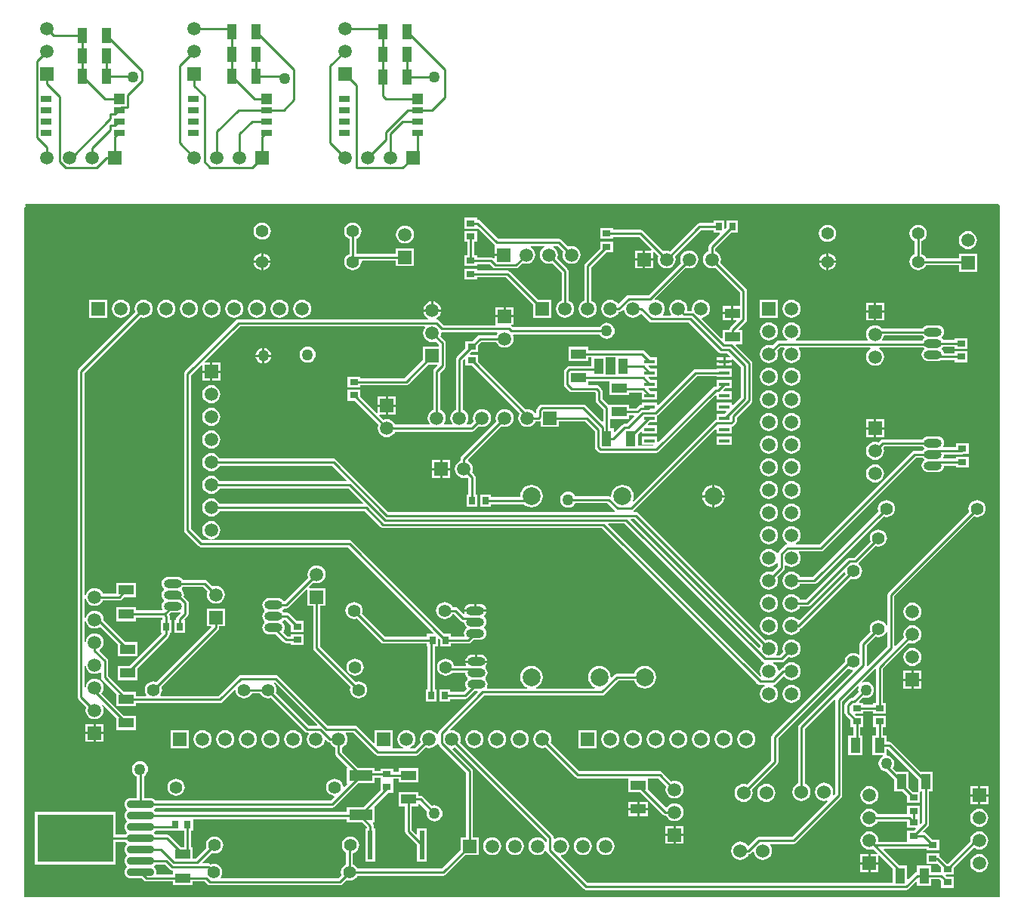
<source format=gtl>
G04 Layer_Physical_Order=1*
G04 Layer_Color=255*
%FSLAX25Y25*%
%MOIN*%
G70*
G01*
G75*
%ADD10R,0.02756X0.03543*%
%ADD11R,0.03543X0.02756*%
%ADD12R,0.06693X0.04331*%
%ADD13R,0.33622X0.21063*%
%ADD14O,0.12047X0.03504*%
%ADD15R,0.04331X0.06693*%
%ADD16R,0.04750X0.01600*%
%ADD17R,0.03150X0.03543*%
%ADD18R,0.10236X0.04724*%
%ADD19R,0.02362X0.12598*%
%ADD20R,0.03543X0.03150*%
%ADD21R,0.04724X0.03150*%
%ADD22R,0.04724X0.04724*%
%ADD23C,0.01000*%
%ADD24C,0.05905*%
%ADD25R,0.05905X0.05905*%
%ADD26C,0.05512*%
%ADD27R,0.05905X0.05905*%
%ADD28O,0.07874X0.04000*%
%ADD29O,0.07874X0.04000*%
%ADD30C,0.07874*%
%ADD31O,0.07874X0.03937*%
%ADD32O,0.07874X0.03937*%
%ADD33O,0.07874X0.03930*%
%ADD34O,0.07874X0.03930*%
%ADD35C,0.06000*%
%ADD36C,0.05000*%
%ADD37C,0.02598*%
G36*
X537500Y410500D02*
Y105000D01*
X107000D01*
Y409500D01*
X107500Y410000D01*
X107213Y410575D01*
X107475Y411000D01*
X537000D01*
X537500Y410500D01*
D02*
G37*
%LPC*%
G36*
X308469Y211994D02*
X307000D01*
Y209500D01*
X311397D01*
X311361Y209775D01*
X311062Y210497D01*
X310586Y211117D01*
X309966Y211593D01*
X309243Y211892D01*
X308469Y211994D01*
D02*
G37*
G36*
X435642Y228689D02*
X434610Y228553D01*
X433649Y228155D01*
X432823Y227521D01*
X432189Y226695D01*
X431791Y225734D01*
X431655Y224702D01*
X431791Y223670D01*
X432189Y222709D01*
X432823Y221883D01*
X433649Y221249D01*
X434610Y220851D01*
X435642Y220715D01*
X436674Y220851D01*
X437635Y221249D01*
X438461Y221883D01*
X439095Y222709D01*
X439493Y223670D01*
X439629Y224702D01*
X439493Y225734D01*
X439095Y226695D01*
X438461Y227521D01*
X437635Y228155D01*
X436674Y228553D01*
X435642Y228689D01*
D02*
G37*
G36*
X306000Y211994D02*
X304532D01*
X303757Y211892D01*
X303034Y211593D01*
X302414Y211117D01*
X301939Y210497D01*
X301639Y209775D01*
X301603Y209500D01*
X306000D01*
Y211994D01*
D02*
G37*
G36*
X253000Y210288D02*
X252020Y210159D01*
X251106Y209781D01*
X250321Y209179D01*
X249719Y208394D01*
X249341Y207481D01*
X249212Y206500D01*
X249341Y205520D01*
X249719Y204606D01*
X250321Y203821D01*
X251106Y203219D01*
X252020Y202841D01*
X253000Y202712D01*
X253980Y202841D01*
X254894Y203219D01*
X255679Y203821D01*
X256281Y204606D01*
X256659Y205520D01*
X256788Y206500D01*
X256659Y207481D01*
X256281Y208394D01*
X255679Y209179D01*
X254894Y209781D01*
X253980Y210159D01*
X253000Y210288D01*
D02*
G37*
G36*
X499000Y214987D02*
X497968Y214851D01*
X497007Y214453D01*
X496181Y213819D01*
X495547Y212993D01*
X495149Y212032D01*
X495013Y211000D01*
X495149Y209968D01*
X495547Y209007D01*
X496181Y208181D01*
X497007Y207547D01*
X497968Y207149D01*
X499000Y207013D01*
X500032Y207149D01*
X500993Y207547D01*
X501819Y208181D01*
X502453Y209007D01*
X502851Y209968D01*
X502987Y211000D01*
X502851Y212032D01*
X502453Y212993D01*
X501819Y213819D01*
X500993Y214453D01*
X500032Y214851D01*
X499000Y214987D01*
D02*
G37*
G36*
X307968Y234494D02*
X306500D01*
Y232000D01*
X310897D01*
X310861Y232275D01*
X310561Y232997D01*
X310086Y233617D01*
X309466Y234093D01*
X308743Y234392D01*
X307968Y234494D01*
D02*
G37*
G36*
X174472Y246491D02*
X170528D01*
X169754Y246389D01*
X169033Y246090D01*
X168413Y245615D01*
X167938Y244995D01*
X167639Y244274D01*
X167537Y243500D01*
X167639Y242726D01*
X167938Y242005D01*
X168413Y241385D01*
X168579Y241259D01*
X168578Y240759D01*
X168423Y240640D01*
X167943Y240013D01*
X167640Y239283D01*
X167537Y238500D01*
X167640Y237717D01*
X167943Y236987D01*
X168423Y236360D01*
X168579Y236241D01*
Y235741D01*
X168413Y235615D01*
X167938Y234995D01*
X167639Y234274D01*
X167537Y233500D01*
X167639Y232726D01*
X167938Y232005D01*
X167959Y231978D01*
X167738Y231529D01*
X156346D01*
Y233165D01*
X147653D01*
Y226835D01*
X156346D01*
Y228471D01*
X168016D01*
X168018Y228469D01*
Y227272D01*
X167169D01*
Y221728D01*
X167488D01*
X167695Y221228D01*
X153503Y207035D01*
X148153D01*
Y200705D01*
X156846D01*
Y206054D01*
X170629Y219836D01*
X170960Y220332D01*
X171077Y220917D01*
Y221728D01*
X171925D01*
Y227272D01*
X171077D01*
Y229102D01*
X170960Y229688D01*
X170916Y229753D01*
X171672Y230509D01*
X174472D01*
X175246Y230611D01*
X175469Y230704D01*
X176111Y230435D01*
X176130Y230388D01*
X174371Y228629D01*
X174040Y228133D01*
X173923Y227547D01*
Y227272D01*
X173075D01*
Y221728D01*
X177831D01*
Y227272D01*
X177831D01*
X177687Y227619D01*
X179018Y228950D01*
X179350Y229446D01*
X179466Y230031D01*
Y234937D01*
X179350Y235522D01*
X179018Y236018D01*
X177348Y237688D01*
X177360Y237717D01*
X177463Y238500D01*
X177360Y239283D01*
X177058Y240013D01*
X176577Y240640D01*
X176422Y240759D01*
X176421Y241259D01*
X176587Y241385D01*
X177036Y241971D01*
X185866D01*
X187841Y239996D01*
X187649Y239532D01*
X187513Y238500D01*
X187649Y237468D01*
X188047Y236507D01*
X188681Y235681D01*
X189507Y235047D01*
X190468Y234649D01*
X191500Y234513D01*
X192532Y234649D01*
X193493Y235047D01*
X194319Y235681D01*
X194953Y236507D01*
X195351Y237468D01*
X195487Y238500D01*
X195351Y239532D01*
X194953Y240493D01*
X194319Y241319D01*
X193493Y241953D01*
X192532Y242351D01*
X191500Y242487D01*
X190468Y242351D01*
X190004Y242159D01*
X187581Y244581D01*
X187085Y244913D01*
X186500Y245029D01*
X177036D01*
X176587Y245615D01*
X175967Y246090D01*
X175246Y246389D01*
X174472Y246491D01*
D02*
G37*
G36*
X305500Y234494D02*
X304031D01*
X303257Y234392D01*
X302534Y234093D01*
X301914Y233617D01*
X301438Y232997D01*
X301139Y232275D01*
X301103Y232000D01*
X305500D01*
Y234494D01*
D02*
G37*
G36*
X499000Y234987D02*
X497968Y234851D01*
X497007Y234453D01*
X496181Y233819D01*
X495547Y232993D01*
X495149Y232032D01*
X495013Y231000D01*
X495149Y229968D01*
X495547Y229007D01*
X496181Y228181D01*
X497007Y227547D01*
X497968Y227149D01*
X499000Y227013D01*
X500032Y227149D01*
X500993Y227547D01*
X501819Y228181D01*
X502453Y229007D01*
X502851Y229968D01*
X502987Y231000D01*
X502851Y232032D01*
X502453Y232993D01*
X501819Y233819D01*
X500993Y234453D01*
X500032Y234851D01*
X499000Y234987D01*
D02*
G37*
G36*
X435642Y238689D02*
X434610Y238553D01*
X433649Y238155D01*
X432823Y237521D01*
X432189Y236695D01*
X431791Y235734D01*
X431655Y234702D01*
X431791Y233670D01*
X432189Y232709D01*
X432823Y231883D01*
X433649Y231249D01*
X434610Y230851D01*
X435642Y230715D01*
X436674Y230851D01*
X437635Y231249D01*
X438461Y231883D01*
X439095Y232709D01*
X439493Y233670D01*
X439629Y234702D01*
X439493Y235734D01*
X439095Y236695D01*
X438461Y237521D01*
X437635Y238155D01*
X436674Y238553D01*
X435642Y238689D01*
D02*
G37*
G36*
X137500Y181453D02*
X134047D01*
Y178000D01*
X137500D01*
Y181453D01*
D02*
G37*
G36*
X141953D02*
X138500D01*
Y178000D01*
X141953D01*
Y181453D01*
D02*
G37*
G36*
Y177000D02*
X138500D01*
Y173547D01*
X141953D01*
Y177000D01*
D02*
G37*
G36*
X359595Y178655D02*
X351689D01*
Y170749D01*
X359595D01*
Y178655D01*
D02*
G37*
G36*
X137500Y177000D02*
X134047D01*
Y173547D01*
X137500D01*
Y177000D01*
D02*
G37*
G36*
X498500Y204953D02*
X495047D01*
Y201500D01*
X498500D01*
Y204953D01*
D02*
G37*
G36*
X502953D02*
X499500D01*
Y201500D01*
X502953D01*
Y204953D01*
D02*
G37*
G36*
Y200500D02*
X499500D01*
Y197047D01*
X502953D01*
Y200500D01*
D02*
G37*
G36*
X445642Y198689D02*
X444610Y198553D01*
X443649Y198155D01*
X442823Y197521D01*
X442189Y196695D01*
X441791Y195734D01*
X441655Y194702D01*
X441791Y193670D01*
X442189Y192709D01*
X442823Y191883D01*
X443649Y191249D01*
X444610Y190851D01*
X445642Y190715D01*
X446674Y190851D01*
X447635Y191249D01*
X448461Y191883D01*
X449095Y192709D01*
X449493Y193670D01*
X449629Y194702D01*
X449493Y195734D01*
X449095Y196695D01*
X448461Y197521D01*
X447635Y198155D01*
X446674Y198553D01*
X445642Y198689D01*
D02*
G37*
G36*
X498500Y200500D02*
X495047D01*
Y197047D01*
X498500D01*
Y200500D01*
D02*
G37*
G36*
X411657Y286914D02*
Y282500D01*
X416071D01*
X415967Y283289D01*
X415470Y284490D01*
X414679Y285521D01*
X413647Y286313D01*
X412446Y286810D01*
X411657Y286914D01*
D02*
G37*
G36*
X482500Y295987D02*
X481468Y295851D01*
X480507Y295453D01*
X479681Y294819D01*
X479047Y293993D01*
X478649Y293032D01*
X478513Y292000D01*
X478649Y290968D01*
X479047Y290007D01*
X479681Y289181D01*
X480507Y288547D01*
X481468Y288149D01*
X482500Y288013D01*
X483532Y288149D01*
X484493Y288547D01*
X485319Y289181D01*
X485953Y290007D01*
X486351Y290968D01*
X486487Y292000D01*
X486351Y293032D01*
X485953Y293993D01*
X485319Y294819D01*
X484493Y295453D01*
X483532Y295851D01*
X482500Y295987D01*
D02*
G37*
G36*
X410658Y286914D02*
X409869Y286810D01*
X408668Y286313D01*
X407636Y285521D01*
X406845Y284490D01*
X406348Y283289D01*
X406244Y282500D01*
X410658D01*
Y286914D01*
D02*
G37*
G36*
X445642Y288689D02*
X444610Y288553D01*
X443649Y288155D01*
X442823Y287521D01*
X442189Y286695D01*
X441791Y285734D01*
X441655Y284702D01*
X441791Y283670D01*
X442189Y282709D01*
X442823Y281883D01*
X443649Y281249D01*
X444610Y280851D01*
X445642Y280715D01*
X446674Y280851D01*
X447635Y281249D01*
X448461Y281883D01*
X449095Y282709D01*
X449493Y283670D01*
X449629Y284702D01*
X449493Y285734D01*
X449095Y286695D01*
X448461Y287521D01*
X447635Y288155D01*
X446674Y288553D01*
X445642Y288689D01*
D02*
G37*
G36*
X330842Y286980D02*
X329554Y286810D01*
X328353Y286313D01*
X327321Y285521D01*
X326530Y284490D01*
X326033Y283289D01*
X325863Y282000D01*
X325875Y281905D01*
X325546Y281529D01*
X312878D01*
Y282772D01*
X308122D01*
Y277228D01*
X312878D01*
Y278471D01*
X327332D01*
X328353Y277688D01*
X329554Y277190D01*
X330842Y277020D01*
X332131Y277190D01*
X333332Y277688D01*
X334364Y278479D01*
X335155Y279510D01*
X335652Y280711D01*
X335822Y282000D01*
X335652Y283289D01*
X335155Y284490D01*
X334364Y285521D01*
X333332Y286313D01*
X332131Y286810D01*
X330842Y286980D01*
D02*
G37*
G36*
X445642Y298689D02*
X444610Y298553D01*
X443649Y298155D01*
X442823Y297521D01*
X442189Y296695D01*
X441791Y295734D01*
X441655Y294702D01*
X441791Y293670D01*
X442189Y292709D01*
X442823Y291883D01*
X443649Y291249D01*
X444610Y290851D01*
X445642Y290715D01*
X446674Y290851D01*
X447635Y291249D01*
X448461Y291883D01*
X449095Y292709D01*
X449493Y293670D01*
X449629Y294702D01*
X449493Y295734D01*
X449095Y296695D01*
X448461Y297521D01*
X447635Y298155D01*
X446674Y298553D01*
X445642Y298689D01*
D02*
G37*
G36*
X290500Y297953D02*
X287047D01*
Y294500D01*
X290500D01*
Y297953D01*
D02*
G37*
G36*
X435642Y298689D02*
X434610Y298553D01*
X433649Y298155D01*
X432823Y297521D01*
X432189Y296695D01*
X431791Y295734D01*
X431655Y294702D01*
X431791Y293670D01*
X432189Y292709D01*
X432823Y291883D01*
X433649Y291249D01*
X434610Y290851D01*
X435642Y290715D01*
X436674Y290851D01*
X437635Y291249D01*
X438461Y291883D01*
X439095Y292709D01*
X439493Y293670D01*
X439629Y294702D01*
X439493Y295734D01*
X439095Y296695D01*
X438461Y297521D01*
X437635Y298155D01*
X436674Y298553D01*
X435642Y298689D01*
D02*
G37*
G36*
X290500Y293500D02*
X287047D01*
Y290047D01*
X290500D01*
Y293500D01*
D02*
G37*
G36*
X294953D02*
X291500D01*
Y290047D01*
X294953D01*
Y293500D01*
D02*
G37*
G36*
X435642Y278689D02*
X434610Y278553D01*
X433649Y278155D01*
X432823Y277521D01*
X432189Y276695D01*
X431791Y275734D01*
X431655Y274702D01*
X431791Y273670D01*
X432189Y272709D01*
X432823Y271883D01*
X433649Y271249D01*
X434610Y270851D01*
X435642Y270715D01*
X436674Y270851D01*
X437635Y271249D01*
X438461Y271883D01*
X439095Y272709D01*
X439493Y273670D01*
X439629Y274702D01*
X439493Y275734D01*
X439095Y276695D01*
X438461Y277521D01*
X437635Y278155D01*
X436674Y278553D01*
X435642Y278689D01*
D02*
G37*
G36*
X445642D02*
X444610Y278553D01*
X443649Y278155D01*
X442823Y277521D01*
X442189Y276695D01*
X441791Y275734D01*
X441655Y274702D01*
X441791Y273670D01*
X442189Y272709D01*
X442823Y271883D01*
X443649Y271249D01*
X444610Y270851D01*
X445642Y270715D01*
X446674Y270851D01*
X447635Y271249D01*
X448461Y271883D01*
X449095Y272709D01*
X449493Y273670D01*
X449629Y274702D01*
X449493Y275734D01*
X449095Y276695D01*
X448461Y277521D01*
X447635Y278155D01*
X446674Y278553D01*
X445642Y278689D01*
D02*
G37*
G36*
X435642Y268689D02*
X434610Y268553D01*
X433649Y268155D01*
X432823Y267521D01*
X432189Y266695D01*
X431791Y265734D01*
X431655Y264702D01*
X431791Y263670D01*
X432189Y262709D01*
X432823Y261883D01*
X433649Y261249D01*
X434610Y260851D01*
X435642Y260715D01*
X436674Y260851D01*
X437635Y261249D01*
X438461Y261883D01*
X439095Y262709D01*
X439493Y263670D01*
X439629Y264702D01*
X439493Y265734D01*
X439095Y266695D01*
X438461Y267521D01*
X437635Y268155D01*
X436674Y268553D01*
X435642Y268689D01*
D02*
G37*
G36*
X236000Y251487D02*
X234968Y251351D01*
X234007Y250953D01*
X233181Y250319D01*
X232547Y249493D01*
X232149Y248532D01*
X232013Y247500D01*
X232149Y246468D01*
X232341Y246004D01*
X221990Y235653D01*
X221429Y235680D01*
X221077Y236140D01*
X220450Y236620D01*
X219720Y236923D01*
X218937Y237026D01*
X215063D01*
X214280Y236923D01*
X213550Y236620D01*
X212923Y236140D01*
X212442Y235513D01*
X212140Y234783D01*
X212037Y234000D01*
X212140Y233217D01*
X212442Y232487D01*
X212923Y231860D01*
X213067Y231750D01*
Y231250D01*
X212923Y231140D01*
X212442Y230513D01*
X212140Y229783D01*
X212037Y229000D01*
X212140Y228217D01*
X212442Y227487D01*
X212923Y226860D01*
X213067Y226750D01*
Y226250D01*
X212923Y226140D01*
X212442Y225513D01*
X212140Y224783D01*
X212037Y224000D01*
X212140Y223217D01*
X212442Y222487D01*
X212923Y221860D01*
X213550Y221379D01*
X214280Y221077D01*
X215063Y220974D01*
X217863D01*
X221324Y217513D01*
X221820Y217181D01*
X222406Y217065D01*
X224728D01*
Y216216D01*
X230272D01*
Y220972D01*
X224728D01*
Y220124D01*
X223039D01*
X221175Y221988D01*
X221557Y222487D01*
X221860Y223217D01*
X221963Y224000D01*
X221860Y224783D01*
X221557Y225513D01*
X221077Y226140D01*
X220933Y226250D01*
Y226750D01*
X221077Y226860D01*
X221545Y227471D01*
X222366D01*
X224728Y225109D01*
Y222122D01*
X230272D01*
Y226878D01*
X227285D01*
X224081Y230081D01*
X223585Y230413D01*
X223000Y230529D01*
X221545D01*
X221077Y231140D01*
X220933Y231250D01*
Y231750D01*
X221077Y231860D01*
X221545Y232471D01*
X222500D01*
X223085Y232587D01*
X223581Y232919D01*
X231585Y240922D01*
X232047Y240731D01*
Y233547D01*
X234471D01*
Y215000D01*
X234587Y214415D01*
X234919Y213919D01*
X250992Y197845D01*
X250841Y197480D01*
X250712Y196500D01*
X250841Y195519D01*
X251219Y194606D01*
X251821Y193821D01*
X252606Y193219D01*
X253520Y192841D01*
X254500Y192712D01*
X255481Y192841D01*
X256394Y193219D01*
X257179Y193821D01*
X257781Y194606D01*
X258159Y195519D01*
X258288Y196500D01*
X258159Y197480D01*
X257781Y198394D01*
X257179Y199179D01*
X256394Y199781D01*
X255481Y200159D01*
X254500Y200288D01*
X253520Y200159D01*
X253155Y200008D01*
X237529Y215634D01*
Y233547D01*
X239953D01*
Y241453D01*
X232769D01*
X232578Y241915D01*
X234504Y243841D01*
X234968Y243649D01*
X236000Y243513D01*
X237032Y243649D01*
X237993Y244047D01*
X238819Y244681D01*
X239453Y245507D01*
X239851Y246468D01*
X239987Y247500D01*
X239851Y248532D01*
X239453Y249493D01*
X238819Y250319D01*
X237993Y250953D01*
X237032Y251351D01*
X236000Y251487D01*
D02*
G37*
G36*
X484000Y267288D02*
X483019Y267159D01*
X482106Y266781D01*
X481321Y266179D01*
X480719Y265394D01*
X480341Y264480D01*
X480212Y263500D01*
X480341Y262520D01*
X480492Y262155D01*
X473122Y254785D01*
X471237D01*
X470652Y254669D01*
X470156Y254337D01*
X452050Y236231D01*
X449287D01*
X449095Y236695D01*
X448461Y237521D01*
X447635Y238155D01*
X446674Y238553D01*
X445642Y238689D01*
X444610Y238553D01*
X443649Y238155D01*
X442823Y237521D01*
X442189Y236695D01*
X441791Y235734D01*
X441655Y234702D01*
X441791Y233670D01*
X442189Y232709D01*
X442823Y231883D01*
X443649Y231249D01*
X444610Y230851D01*
X445642Y230715D01*
X446674Y230851D01*
X447635Y231249D01*
X448461Y231883D01*
X449095Y232709D01*
X449287Y233173D01*
X452683D01*
X453268Y233289D01*
X453765Y233621D01*
X468758Y248614D01*
X469286Y248435D01*
X469341Y248020D01*
X469492Y247655D01*
X449119Y227282D01*
X448620Y227314D01*
X448461Y227521D01*
X447635Y228155D01*
X446674Y228553D01*
X445642Y228689D01*
X444610Y228553D01*
X443649Y228155D01*
X442823Y227521D01*
X442189Y226695D01*
X441791Y225734D01*
X441655Y224702D01*
X441791Y223670D01*
X442189Y222709D01*
X442823Y221883D01*
X443649Y221249D01*
X444610Y220851D01*
X445642Y220715D01*
X446674Y220851D01*
X447635Y221249D01*
X448461Y221883D01*
X449095Y222709D01*
X449354Y223333D01*
X449783Y223621D01*
X471655Y245492D01*
X472019Y245341D01*
X473000Y245212D01*
X473981Y245341D01*
X474894Y245719D01*
X475679Y246321D01*
X476281Y247106D01*
X476659Y248020D01*
X476788Y249000D01*
X476659Y249980D01*
X476281Y250894D01*
X475679Y251679D01*
X475223Y252028D01*
X475190Y252527D01*
X482655Y259992D01*
X483019Y259841D01*
X484000Y259712D01*
X484980Y259841D01*
X485894Y260219D01*
X486679Y260821D01*
X487281Y261606D01*
X487659Y262520D01*
X487788Y263500D01*
X487659Y264480D01*
X487281Y265394D01*
X486679Y266179D01*
X485894Y266781D01*
X484980Y267159D01*
X484000Y267288D01*
D02*
G37*
G36*
X416071Y281500D02*
X411657D01*
Y277086D01*
X412446Y277190D01*
X413647Y277688D01*
X414679Y278479D01*
X415470Y279510D01*
X415967Y280711D01*
X416071Y281500D01*
D02*
G37*
G36*
X435642Y288689D02*
X434610Y288553D01*
X433649Y288155D01*
X432823Y287521D01*
X432189Y286695D01*
X431791Y285734D01*
X431655Y284702D01*
X431791Y283670D01*
X432189Y282709D01*
X432823Y281883D01*
X433649Y281249D01*
X434610Y280851D01*
X435642Y280715D01*
X436674Y280851D01*
X437635Y281249D01*
X438461Y281883D01*
X439095Y282709D01*
X439493Y283670D01*
X439629Y284702D01*
X439493Y285734D01*
X439095Y286695D01*
X438461Y287521D01*
X437635Y288155D01*
X436674Y288553D01*
X435642Y288689D01*
D02*
G37*
G36*
X410658Y281500D02*
X406244D01*
X406348Y280711D01*
X406845Y279510D01*
X407636Y278479D01*
X408668Y277688D01*
X409869Y277190D01*
X410658Y277086D01*
Y281500D01*
D02*
G37*
G36*
X487500Y280288D02*
X486519Y280159D01*
X485606Y279781D01*
X484821Y279179D01*
X484219Y278394D01*
X483841Y277481D01*
X483712Y276500D01*
X483841Y275519D01*
X483992Y275155D01*
X455068Y246231D01*
X449287D01*
X449095Y246695D01*
X448461Y247521D01*
X447635Y248155D01*
X446674Y248553D01*
X445642Y248689D01*
X444610Y248553D01*
X443649Y248155D01*
X442823Y247521D01*
X442189Y246695D01*
X441791Y245734D01*
X441655Y244702D01*
X441791Y243670D01*
X442189Y242709D01*
X442823Y241883D01*
X443649Y241249D01*
X444610Y240851D01*
X445642Y240715D01*
X446674Y240851D01*
X447635Y241249D01*
X448461Y241883D01*
X449095Y242709D01*
X449287Y243173D01*
X455702D01*
X456287Y243289D01*
X456783Y243621D01*
X486155Y272992D01*
X486519Y272841D01*
X487500Y272712D01*
X488481Y272841D01*
X489394Y273219D01*
X490179Y273821D01*
X490781Y274606D01*
X491159Y275519D01*
X491288Y276500D01*
X491159Y277481D01*
X490781Y278394D01*
X490179Y279179D01*
X489394Y279781D01*
X488481Y280159D01*
X487500Y280288D01*
D02*
G37*
G36*
X527500D02*
X526519Y280159D01*
X525606Y279781D01*
X524821Y279179D01*
X524219Y278394D01*
X523841Y277481D01*
X523712Y276500D01*
X523841Y275519D01*
X523992Y275155D01*
X488419Y239581D01*
X488087Y239085D01*
X487971Y238500D01*
Y225035D01*
X487471Y224936D01*
X487281Y225394D01*
X486679Y226179D01*
X485894Y226781D01*
X484980Y227159D01*
X484000Y227288D01*
X483019Y227159D01*
X482106Y226781D01*
X481321Y226179D01*
X480719Y225394D01*
X480341Y224481D01*
X480212Y223500D01*
X480341Y222519D01*
X480492Y222155D01*
X476174Y217837D01*
X475843Y217341D01*
X475727Y216756D01*
Y212272D01*
X475226Y212026D01*
X474894Y212281D01*
X473981Y212659D01*
X473000Y212788D01*
X472019Y212659D01*
X471106Y212281D01*
X470321Y211679D01*
X469719Y210894D01*
X469341Y209981D01*
X469212Y209000D01*
X469226Y208889D01*
X437169Y176831D01*
X436837Y176335D01*
X436721Y175750D01*
Y165384D01*
X426032Y154695D01*
X425544Y154897D01*
X424500Y155034D01*
X423456Y154897D01*
X422483Y154494D01*
X421647Y153853D01*
X421006Y153017D01*
X420603Y152044D01*
X420466Y151000D01*
X420603Y149956D01*
X421006Y148983D01*
X421647Y148147D01*
X422483Y147506D01*
X423456Y147103D01*
X424500Y146966D01*
X425544Y147103D01*
X426517Y147506D01*
X427353Y148147D01*
X427994Y148983D01*
X428397Y149956D01*
X428535Y151000D01*
X428397Y152044D01*
X428195Y152532D01*
X439331Y163669D01*
X439663Y164165D01*
X439779Y164750D01*
Y175117D01*
X470696Y206033D01*
X471106Y205719D01*
X472019Y205341D01*
X472435Y205286D01*
X472614Y204758D01*
X448919Y181063D01*
X448587Y180567D01*
X448471Y179981D01*
Y155196D01*
X447983Y154994D01*
X447147Y154353D01*
X446506Y153517D01*
X446103Y152544D01*
X445965Y151500D01*
X446103Y150456D01*
X446506Y149483D01*
X447147Y148647D01*
X447983Y148006D01*
X448956Y147603D01*
X450000Y147466D01*
X451044Y147603D01*
X452017Y148006D01*
X452853Y148647D01*
X453494Y149483D01*
X453897Y150456D01*
X454035Y151500D01*
X453897Y152544D01*
X453494Y153517D01*
X452853Y154353D01*
X452017Y154994D01*
X451529Y155196D01*
Y179348D01*
X464530Y192349D01*
X464991Y192102D01*
X464971Y192000D01*
Y150634D01*
X464187Y149850D01*
X463764Y150134D01*
X463897Y150456D01*
X464035Y151500D01*
X463897Y152544D01*
X463494Y153517D01*
X462853Y154353D01*
X462017Y154994D01*
X461044Y155397D01*
X460000Y155535D01*
X458956Y155397D01*
X457983Y154994D01*
X457147Y154353D01*
X456506Y153517D01*
X456103Y152544D01*
X455966Y151500D01*
X456103Y150456D01*
X456506Y149483D01*
X457147Y148647D01*
X457983Y148006D01*
X458956Y147603D01*
X460000Y147466D01*
X461044Y147603D01*
X461366Y147736D01*
X461650Y147312D01*
X445866Y131529D01*
X431136D01*
X430551Y131413D01*
X430055Y131081D01*
X426761Y127787D01*
X426262Y127820D01*
X425853Y128353D01*
X425017Y128994D01*
X424044Y129397D01*
X423000Y129534D01*
X421956Y129397D01*
X420983Y128994D01*
X420147Y128353D01*
X419506Y127517D01*
X419103Y126544D01*
X418965Y125500D01*
X419103Y124456D01*
X419506Y123483D01*
X420147Y122647D01*
X420983Y122006D01*
X421956Y121603D01*
X423000Y121466D01*
X424044Y121603D01*
X425017Y122006D01*
X425853Y122647D01*
X426494Y123483D01*
X426701Y123984D01*
X427221Y124087D01*
X427717Y124419D01*
X428501Y125201D01*
X429028Y125022D01*
X429103Y124456D01*
X429506Y123483D01*
X430147Y122647D01*
X430983Y122006D01*
X431956Y121603D01*
X433000Y121466D01*
X434044Y121603D01*
X435017Y122006D01*
X435853Y122647D01*
X436494Y123483D01*
X436897Y124456D01*
X437035Y125500D01*
X436897Y126544D01*
X436494Y127517D01*
X436146Y127971D01*
X436393Y128471D01*
X446500D01*
X447085Y128587D01*
X447581Y128919D01*
X467581Y148919D01*
X467913Y149415D01*
X468029Y150000D01*
Y191367D01*
X474883Y198220D01*
X475307Y197937D01*
X475090Y197414D01*
X474970Y196500D01*
X475090Y195586D01*
X475188Y195351D01*
X472697Y192860D01*
X472107D01*
X471522Y192744D01*
X471026Y192412D01*
X469466Y190852D01*
X469134Y190356D01*
X469018Y189771D01*
Y186500D01*
X469134Y185915D01*
X469466Y185419D01*
X471728Y183156D01*
Y180169D01*
X472971D01*
Y176347D01*
X470705D01*
Y167654D01*
X477035D01*
Y176347D01*
X476029D01*
Y180169D01*
X477272D01*
Y184925D01*
X474285D01*
X473597Y185613D01*
X473789Y186075D01*
X477272D01*
Y186923D01*
X481728D01*
Y186075D01*
X487272D01*
Y190831D01*
X486029D01*
Y205867D01*
X497504Y217341D01*
X497968Y217149D01*
X499000Y217013D01*
X500032Y217149D01*
X500993Y217547D01*
X501819Y218181D01*
X502453Y219007D01*
X502851Y219968D01*
X502987Y221000D01*
X502851Y222032D01*
X502453Y222993D01*
X501819Y223819D01*
X500993Y224453D01*
X500032Y224851D01*
X499000Y224987D01*
X497968Y224851D01*
X497007Y224453D01*
X496181Y223819D01*
X495547Y222993D01*
X495149Y222032D01*
X495013Y221000D01*
X495149Y219968D01*
X495341Y219504D01*
X491491Y215654D01*
X491029Y215846D01*
Y237866D01*
X526155Y272992D01*
X526519Y272841D01*
X527500Y272712D01*
X528480Y272841D01*
X529394Y273219D01*
X530179Y273821D01*
X530781Y274606D01*
X531159Y275519D01*
X531288Y276500D01*
X531159Y277481D01*
X530781Y278394D01*
X530179Y279179D01*
X529394Y279781D01*
X528480Y280159D01*
X527500Y280288D01*
D02*
G37*
G36*
X179595Y178655D02*
X171689D01*
Y170749D01*
X179595D01*
Y178655D01*
D02*
G37*
G36*
X377500Y143370D02*
X373654D01*
Y140705D01*
X377500D01*
Y143370D01*
D02*
G37*
G36*
X382347D02*
X378500D01*
Y140705D01*
X382347D01*
Y143370D01*
D02*
G37*
G36*
X528500Y143987D02*
X527468Y143851D01*
X526507Y143453D01*
X525681Y142819D01*
X525047Y141993D01*
X524649Y141032D01*
X524513Y140000D01*
X524649Y138968D01*
X525047Y138007D01*
X525681Y137181D01*
X526507Y136547D01*
X527468Y136149D01*
X528500Y136013D01*
X529532Y136149D01*
X530493Y136547D01*
X531319Y137181D01*
X531953Y138007D01*
X532351Y138968D01*
X532487Y140000D01*
X532351Y141032D01*
X531953Y141993D01*
X531319Y142819D01*
X530493Y143453D01*
X529532Y143851D01*
X528500Y143987D01*
D02*
G37*
G36*
X393500Y136453D02*
X390047D01*
Y133000D01*
X393500D01*
Y136453D01*
D02*
G37*
G36*
X397953D02*
X394500D01*
Y133000D01*
X397953D01*
Y136453D01*
D02*
G37*
G36*
X528000Y149500D02*
X524547D01*
Y146047D01*
X528000D01*
Y149500D01*
D02*
G37*
G36*
X532453D02*
X529000D01*
Y146047D01*
X532453D01*
Y149500D01*
D02*
G37*
G36*
X480000Y153987D02*
X478968Y153851D01*
X478007Y153453D01*
X477181Y152819D01*
X476547Y151993D01*
X476149Y151032D01*
X476013Y150000D01*
X476149Y148968D01*
X476547Y148007D01*
X477181Y147181D01*
X478007Y146547D01*
X478968Y146149D01*
X480000Y146013D01*
X481032Y146149D01*
X481993Y146547D01*
X482819Y147181D01*
X483453Y148007D01*
X483851Y148968D01*
X483987Y150000D01*
X483851Y151032D01*
X483453Y151993D01*
X482819Y152819D01*
X481993Y153453D01*
X481032Y153851D01*
X480000Y153987D01*
D02*
G37*
G36*
X377500Y147035D02*
X373654D01*
Y144370D01*
X377500D01*
Y147035D01*
D02*
G37*
G36*
X382347D02*
X378500D01*
Y144370D01*
X382347D01*
Y147035D01*
D02*
G37*
G36*
X479500Y123953D02*
X476047D01*
Y120500D01*
X479500D01*
Y123953D01*
D02*
G37*
G36*
X313500Y131487D02*
X312468Y131351D01*
X311507Y130953D01*
X310681Y130319D01*
X310047Y129493D01*
X309649Y128532D01*
X309513Y127500D01*
X309649Y126468D01*
X310047Y125507D01*
X310681Y124681D01*
X311507Y124047D01*
X312468Y123649D01*
X313500Y123513D01*
X314532Y123649D01*
X315493Y124047D01*
X316319Y124681D01*
X316953Y125507D01*
X317351Y126468D01*
X317487Y127500D01*
X317351Y128532D01*
X316953Y129493D01*
X316319Y130319D01*
X315493Y130953D01*
X314532Y131351D01*
X313500Y131487D01*
D02*
G37*
G36*
X483953Y119500D02*
X480500D01*
Y116047D01*
X483953D01*
Y119500D01*
D02*
G37*
G36*
X528500Y123987D02*
X527468Y123851D01*
X526507Y123453D01*
X525681Y122819D01*
X525047Y121993D01*
X524649Y121032D01*
X524513Y120000D01*
X524649Y118968D01*
X525047Y118007D01*
X525681Y117181D01*
X526507Y116547D01*
X527468Y116149D01*
X528500Y116013D01*
X529532Y116149D01*
X530493Y116547D01*
X531319Y117181D01*
X531953Y118007D01*
X532351Y118968D01*
X532487Y120000D01*
X532351Y121032D01*
X531953Y121993D01*
X531319Y122819D01*
X530493Y123453D01*
X529532Y123851D01*
X528500Y123987D01*
D02*
G37*
G36*
X479500Y119500D02*
X476047D01*
Y116047D01*
X479500D01*
Y119500D01*
D02*
G37*
G36*
X393500Y132000D02*
X390047D01*
Y128547D01*
X393500D01*
Y132000D01*
D02*
G37*
G36*
X397953D02*
X394500D01*
Y128547D01*
X397953D01*
Y132000D01*
D02*
G37*
G36*
X363500Y131487D02*
X362468Y131351D01*
X361507Y130953D01*
X360681Y130319D01*
X360047Y129493D01*
X359649Y128532D01*
X359513Y127500D01*
X359649Y126468D01*
X360047Y125507D01*
X360681Y124681D01*
X361507Y124047D01*
X362468Y123649D01*
X363500Y123513D01*
X364532Y123649D01*
X365493Y124047D01*
X366319Y124681D01*
X366953Y125507D01*
X367351Y126468D01*
X367487Y127500D01*
X367351Y128532D01*
X366953Y129493D01*
X366319Y130319D01*
X365493Y130953D01*
X364532Y131351D01*
X363500Y131487D01*
D02*
G37*
G36*
X323500D02*
X322468Y131351D01*
X321507Y130953D01*
X320681Y130319D01*
X320047Y129493D01*
X319649Y128532D01*
X319513Y127500D01*
X319649Y126468D01*
X320047Y125507D01*
X320681Y124681D01*
X321507Y124047D01*
X322468Y123649D01*
X323500Y123513D01*
X324532Y123649D01*
X325493Y124047D01*
X326319Y124681D01*
X326953Y125507D01*
X327351Y126468D01*
X327487Y127500D01*
X327351Y128532D01*
X326953Y129493D01*
X326319Y130319D01*
X325493Y130953D01*
X324532Y131351D01*
X323500Y131487D01*
D02*
G37*
G36*
X353500D02*
X352468Y131351D01*
X351507Y130953D01*
X350681Y130319D01*
X350047Y129493D01*
X349649Y128532D01*
X349513Y127500D01*
X349649Y126468D01*
X350047Y125507D01*
X350681Y124681D01*
X351507Y124047D01*
X352468Y123649D01*
X353500Y123513D01*
X354532Y123649D01*
X355493Y124047D01*
X356319Y124681D01*
X356953Y125507D01*
X357351Y126468D01*
X357487Y127500D01*
X357351Y128532D01*
X356953Y129493D01*
X356319Y130319D01*
X355493Y130953D01*
X354532Y131351D01*
X353500Y131487D01*
D02*
G37*
G36*
X365642Y178689D02*
X364610Y178553D01*
X363649Y178155D01*
X362823Y177521D01*
X362189Y176695D01*
X361791Y175734D01*
X361655Y174702D01*
X361791Y173670D01*
X362189Y172709D01*
X362823Y171883D01*
X363649Y171249D01*
X364610Y170851D01*
X365642Y170715D01*
X366674Y170851D01*
X367635Y171249D01*
X368461Y171883D01*
X369095Y172709D01*
X369493Y173670D01*
X369629Y174702D01*
X369493Y175734D01*
X369095Y176695D01*
X368461Y177521D01*
X367635Y178155D01*
X366674Y178553D01*
X365642Y178689D01*
D02*
G37*
G36*
X375642D02*
X374610Y178553D01*
X373649Y178155D01*
X372823Y177521D01*
X372189Y176695D01*
X371791Y175734D01*
X371655Y174702D01*
X371791Y173670D01*
X372189Y172709D01*
X372823Y171883D01*
X373649Y171249D01*
X374610Y170851D01*
X375642Y170715D01*
X376674Y170851D01*
X377635Y171249D01*
X378461Y171883D01*
X379095Y172709D01*
X379493Y173670D01*
X379629Y174702D01*
X379493Y175734D01*
X379095Y176695D01*
X378461Y177521D01*
X377635Y178155D01*
X376674Y178553D01*
X375642Y178689D01*
D02*
G37*
G36*
X325642D02*
X324610Y178553D01*
X323649Y178155D01*
X322823Y177521D01*
X322189Y176695D01*
X321791Y175734D01*
X321655Y174702D01*
X321791Y173670D01*
X322189Y172709D01*
X322823Y171883D01*
X323649Y171249D01*
X324610Y170851D01*
X325642Y170715D01*
X326674Y170851D01*
X327635Y171249D01*
X328461Y171883D01*
X329095Y172709D01*
X329493Y173670D01*
X329629Y174702D01*
X329493Y175734D01*
X329095Y176695D01*
X328461Y177521D01*
X327635Y178155D01*
X326674Y178553D01*
X325642Y178689D01*
D02*
G37*
G36*
X305642D02*
X304610Y178553D01*
X303649Y178155D01*
X302823Y177521D01*
X302189Y176695D01*
X301791Y175734D01*
X301655Y174702D01*
X301791Y173670D01*
X302189Y172709D01*
X302823Y171883D01*
X303649Y171249D01*
X304610Y170851D01*
X305642Y170715D01*
X306674Y170851D01*
X307635Y171249D01*
X308461Y171883D01*
X309095Y172709D01*
X309493Y173670D01*
X309629Y174702D01*
X309493Y175734D01*
X309095Y176695D01*
X308461Y177521D01*
X307635Y178155D01*
X306674Y178553D01*
X305642Y178689D01*
D02*
G37*
G36*
X315642D02*
X314610Y178553D01*
X313649Y178155D01*
X312823Y177521D01*
X312189Y176695D01*
X311791Y175734D01*
X311655Y174702D01*
X311791Y173670D01*
X312189Y172709D01*
X312823Y171883D01*
X313649Y171249D01*
X314610Y170851D01*
X315642Y170715D01*
X316674Y170851D01*
X317635Y171249D01*
X318461Y171883D01*
X319095Y172709D01*
X319493Y173670D01*
X319629Y174702D01*
X319493Y175734D01*
X319095Y176695D01*
X318461Y177521D01*
X317635Y178155D01*
X316674Y178553D01*
X315642Y178689D01*
D02*
G37*
G36*
X415642D02*
X414610Y178553D01*
X413649Y178155D01*
X412823Y177521D01*
X412189Y176695D01*
X411791Y175734D01*
X411655Y174702D01*
X411791Y173670D01*
X412189Y172709D01*
X412823Y171883D01*
X413649Y171249D01*
X414610Y170851D01*
X415642Y170715D01*
X416674Y170851D01*
X417635Y171249D01*
X418461Y171883D01*
X419095Y172709D01*
X419493Y173670D01*
X419629Y174702D01*
X419493Y175734D01*
X419095Y176695D01*
X418461Y177521D01*
X417635Y178155D01*
X416674Y178553D01*
X415642Y178689D01*
D02*
G37*
G36*
X425642D02*
X424610Y178553D01*
X423649Y178155D01*
X422823Y177521D01*
X422189Y176695D01*
X421791Y175734D01*
X421655Y174702D01*
X421791Y173670D01*
X422189Y172709D01*
X422823Y171883D01*
X423649Y171249D01*
X424610Y170851D01*
X425642Y170715D01*
X426674Y170851D01*
X427635Y171249D01*
X428461Y171883D01*
X429095Y172709D01*
X429493Y173670D01*
X429629Y174702D01*
X429493Y175734D01*
X429095Y176695D01*
X428461Y177521D01*
X427635Y178155D01*
X426674Y178553D01*
X425642Y178689D01*
D02*
G37*
G36*
X405642D02*
X404610Y178553D01*
X403649Y178155D01*
X402823Y177521D01*
X402189Y176695D01*
X401791Y175734D01*
X401655Y174702D01*
X401791Y173670D01*
X402189Y172709D01*
X402823Y171883D01*
X403649Y171249D01*
X404610Y170851D01*
X405642Y170715D01*
X406674Y170851D01*
X407635Y171249D01*
X408461Y171883D01*
X409095Y172709D01*
X409493Y173670D01*
X409629Y174702D01*
X409493Y175734D01*
X409095Y176695D01*
X408461Y177521D01*
X407635Y178155D01*
X406674Y178553D01*
X405642Y178689D01*
D02*
G37*
G36*
X385642D02*
X384610Y178553D01*
X383649Y178155D01*
X382823Y177521D01*
X382189Y176695D01*
X381791Y175734D01*
X381655Y174702D01*
X381791Y173670D01*
X382189Y172709D01*
X382823Y171883D01*
X383649Y171249D01*
X384610Y170851D01*
X385642Y170715D01*
X386674Y170851D01*
X387635Y171249D01*
X388461Y171883D01*
X389095Y172709D01*
X389493Y173670D01*
X389629Y174702D01*
X389493Y175734D01*
X389095Y176695D01*
X388461Y177521D01*
X387635Y178155D01*
X386674Y178553D01*
X385642Y178689D01*
D02*
G37*
G36*
X395642D02*
X394610Y178553D01*
X393649Y178155D01*
X392823Y177521D01*
X392189Y176695D01*
X391791Y175734D01*
X391655Y174702D01*
X391791Y173670D01*
X392189Y172709D01*
X392823Y171883D01*
X393649Y171249D01*
X394610Y170851D01*
X395642Y170715D01*
X396674Y170851D01*
X397635Y171249D01*
X398461Y171883D01*
X399095Y172709D01*
X399493Y173670D01*
X399629Y174702D01*
X399493Y175734D01*
X399095Y176695D01*
X398461Y177521D01*
X397635Y178155D01*
X396674Y178553D01*
X395642Y178689D01*
D02*
G37*
G36*
X528000Y153953D02*
X524547D01*
Y150500D01*
X528000D01*
Y153953D01*
D02*
G37*
G36*
X532453D02*
X529000D01*
Y150500D01*
X532453D01*
Y153953D01*
D02*
G37*
G36*
X174000Y157288D02*
X173020Y157159D01*
X172106Y156781D01*
X171321Y156179D01*
X170719Y155394D01*
X170341Y154481D01*
X170212Y153500D01*
X170341Y152520D01*
X170719Y151606D01*
X171321Y150821D01*
X172106Y150219D01*
X173020Y149841D01*
X174000Y149712D01*
X174980Y149841D01*
X175894Y150219D01*
X176679Y150821D01*
X177281Y151606D01*
X177659Y152520D01*
X177788Y153500D01*
X177659Y154481D01*
X177281Y155394D01*
X176679Y156179D01*
X175894Y156781D01*
X174980Y157159D01*
X174000Y157288D01*
D02*
G37*
G36*
X434500Y155034D02*
X433456Y154897D01*
X432483Y154494D01*
X431647Y153853D01*
X431006Y153017D01*
X430603Y152044D01*
X430466Y151000D01*
X430603Y149956D01*
X431006Y148983D01*
X431647Y148147D01*
X432483Y147506D01*
X433456Y147103D01*
X434500Y146966D01*
X435544Y147103D01*
X436517Y147506D01*
X437353Y148147D01*
X437994Y148983D01*
X438397Y149956D01*
X438534Y151000D01*
X438397Y152044D01*
X437994Y153017D01*
X437353Y153853D01*
X436517Y154494D01*
X435544Y154897D01*
X434500Y155034D01*
D02*
G37*
G36*
X335642Y178689D02*
X334610Y178553D01*
X333649Y178155D01*
X332823Y177521D01*
X332189Y176695D01*
X331791Y175734D01*
X331655Y174702D01*
X331791Y173670D01*
X332189Y172709D01*
X332823Y171883D01*
X333649Y171249D01*
X334610Y170851D01*
X335642Y170715D01*
X336674Y170851D01*
X337138Y171043D01*
X350263Y157919D01*
X350759Y157587D01*
X351344Y157471D01*
X373654D01*
Y151335D01*
X379002D01*
X388919Y141419D01*
X389415Y141087D01*
X390000Y140971D01*
X390355D01*
X390547Y140507D01*
X391181Y139681D01*
X392007Y139047D01*
X392968Y138649D01*
X394000Y138513D01*
X395032Y138649D01*
X395993Y139047D01*
X396819Y139681D01*
X397453Y140507D01*
X397851Y141468D01*
X397987Y142500D01*
X397851Y143532D01*
X397453Y144493D01*
X396819Y145319D01*
X395993Y145953D01*
X395032Y146351D01*
X394000Y146487D01*
X392968Y146351D01*
X392007Y145953D01*
X391181Y145319D01*
X390690Y144680D01*
X390090Y144573D01*
X382347Y152316D01*
Y157471D01*
X386866D01*
X390341Y153996D01*
X390149Y153532D01*
X390013Y152500D01*
X390149Y151468D01*
X390547Y150507D01*
X391181Y149681D01*
X392007Y149047D01*
X392968Y148649D01*
X394000Y148513D01*
X395032Y148649D01*
X395993Y149047D01*
X396819Y149681D01*
X397453Y150507D01*
X397851Y151468D01*
X397987Y152500D01*
X397851Y153532D01*
X397453Y154493D01*
X396819Y155319D01*
X395993Y155953D01*
X395032Y156351D01*
X394000Y156487D01*
X392968Y156351D01*
X392504Y156159D01*
X388581Y160081D01*
X388085Y160413D01*
X387500Y160529D01*
X351977D01*
X339301Y173206D01*
X339493Y173670D01*
X339629Y174702D01*
X339493Y175734D01*
X339095Y176695D01*
X338461Y177521D01*
X337635Y178155D01*
X336674Y178553D01*
X335642Y178689D01*
D02*
G37*
G36*
X215642D02*
X214610Y178553D01*
X213649Y178155D01*
X212823Y177521D01*
X212189Y176695D01*
X211791Y175734D01*
X211655Y174702D01*
X211791Y173670D01*
X212189Y172709D01*
X212823Y171883D01*
X213649Y171249D01*
X214610Y170851D01*
X215642Y170715D01*
X216674Y170851D01*
X217635Y171249D01*
X218461Y171883D01*
X219095Y172709D01*
X219493Y173670D01*
X219629Y174702D01*
X219493Y175734D01*
X219095Y176695D01*
X218461Y177521D01*
X217635Y178155D01*
X216674Y178553D01*
X215642Y178689D01*
D02*
G37*
G36*
X225642D02*
X224610Y178553D01*
X223649Y178155D01*
X222823Y177521D01*
X222189Y176695D01*
X221791Y175734D01*
X221655Y174702D01*
X221791Y173670D01*
X222189Y172709D01*
X222823Y171883D01*
X223649Y171249D01*
X224610Y170851D01*
X225642Y170715D01*
X226674Y170851D01*
X227635Y171249D01*
X228461Y171883D01*
X229095Y172709D01*
X229493Y173670D01*
X229629Y174702D01*
X229493Y175734D01*
X229095Y176695D01*
X228461Y177521D01*
X227635Y178155D01*
X226674Y178553D01*
X225642Y178689D01*
D02*
G37*
G36*
X205642D02*
X204610Y178553D01*
X203649Y178155D01*
X202823Y177521D01*
X202189Y176695D01*
X201791Y175734D01*
X201655Y174702D01*
X201791Y173670D01*
X202189Y172709D01*
X202823Y171883D01*
X203649Y171249D01*
X204610Y170851D01*
X205642Y170715D01*
X206674Y170851D01*
X207635Y171249D01*
X208461Y171883D01*
X209095Y172709D01*
X209493Y173670D01*
X209629Y174702D01*
X209493Y175734D01*
X209095Y176695D01*
X208461Y177521D01*
X207635Y178155D01*
X206674Y178553D01*
X205642Y178689D01*
D02*
G37*
G36*
X185642D02*
X184610Y178553D01*
X183649Y178155D01*
X182823Y177521D01*
X182189Y176695D01*
X181791Y175734D01*
X181655Y174702D01*
X181791Y173670D01*
X182189Y172709D01*
X182823Y171883D01*
X183649Y171249D01*
X184610Y170851D01*
X185642Y170715D01*
X186674Y170851D01*
X187635Y171249D01*
X188461Y171883D01*
X189095Y172709D01*
X189493Y173670D01*
X189629Y174702D01*
X189493Y175734D01*
X189095Y176695D01*
X188461Y177521D01*
X187635Y178155D01*
X186674Y178553D01*
X185642Y178689D01*
D02*
G37*
G36*
X195642D02*
X194610Y178553D01*
X193649Y178155D01*
X192823Y177521D01*
X192189Y176695D01*
X191791Y175734D01*
X191655Y174702D01*
X191791Y173670D01*
X192189Y172709D01*
X192823Y171883D01*
X193649Y171249D01*
X194610Y170851D01*
X195642Y170715D01*
X196674Y170851D01*
X197635Y171249D01*
X198461Y171883D01*
X199095Y172709D01*
X199493Y173670D01*
X199629Y174702D01*
X199493Y175734D01*
X199095Y176695D01*
X198461Y177521D01*
X197635Y178155D01*
X196674Y178553D01*
X195642Y178689D01*
D02*
G37*
G36*
X294953Y297953D02*
X291500D01*
Y294500D01*
X294953D01*
Y297953D01*
D02*
G37*
G36*
X143595Y368655D02*
X135689D01*
Y360749D01*
X143595D01*
Y368655D01*
D02*
G37*
G36*
X306772Y382425D02*
X301228D01*
Y377669D01*
X306772D01*
Y378518D01*
X319663D01*
X331689Y366492D01*
Y360749D01*
X339595D01*
Y368655D01*
X333852D01*
X321378Y381129D01*
X320882Y381460D01*
X320297Y381577D01*
X306772D01*
Y382425D01*
D02*
G37*
G36*
X445642Y368689D02*
X444610Y368553D01*
X443649Y368155D01*
X442823Y367521D01*
X442189Y366695D01*
X441791Y365734D01*
X441655Y364702D01*
X441791Y363670D01*
X442189Y362709D01*
X442823Y361883D01*
X443649Y361249D01*
X444610Y360851D01*
X445642Y360715D01*
X446674Y360851D01*
X447635Y361249D01*
X448461Y361883D01*
X449095Y362709D01*
X449493Y363670D01*
X449629Y364702D01*
X449493Y365734D01*
X449095Y366695D01*
X448461Y367521D01*
X447635Y368155D01*
X446674Y368553D01*
X445642Y368689D01*
D02*
G37*
G36*
X229642D02*
X228610Y368553D01*
X227649Y368155D01*
X226823Y367521D01*
X226189Y366695D01*
X225791Y365734D01*
X225655Y364702D01*
X225791Y363670D01*
X226189Y362709D01*
X226823Y361883D01*
X227649Y361249D01*
X228610Y360851D01*
X229642Y360715D01*
X230674Y360851D01*
X231635Y361249D01*
X232461Y361883D01*
X233095Y362709D01*
X233493Y363670D01*
X233629Y364702D01*
X233493Y365734D01*
X233095Y366695D01*
X232461Y367521D01*
X231635Y368155D01*
X230674Y368553D01*
X229642Y368689D01*
D02*
G37*
G36*
X366772Y394472D02*
X361228D01*
Y391486D01*
X354561Y384818D01*
X354229Y384322D01*
X354113Y383736D01*
Y368347D01*
X353649Y368155D01*
X352823Y367521D01*
X352189Y366695D01*
X351791Y365734D01*
X351655Y364702D01*
X351791Y363670D01*
X352189Y362709D01*
X352823Y361883D01*
X353649Y361249D01*
X354610Y360851D01*
X355642Y360715D01*
X356674Y360851D01*
X357635Y361249D01*
X358461Y361883D01*
X359095Y362709D01*
X359493Y363670D01*
X359629Y364702D01*
X359493Y365734D01*
X359095Y366695D01*
X358461Y367521D01*
X357635Y368155D01*
X357171Y368347D01*
Y383103D01*
X363785Y389717D01*
X366772D01*
Y394472D01*
D02*
G37*
G36*
X419000Y365980D02*
X415154D01*
Y363315D01*
X419000D01*
Y365980D01*
D02*
G37*
G36*
X482000Y367453D02*
X478547D01*
Y364000D01*
X482000D01*
Y367453D01*
D02*
G37*
G36*
X322953Y365453D02*
X319500D01*
Y362000D01*
X322953D01*
Y365453D01*
D02*
G37*
G36*
X439595Y368655D02*
X431689D01*
Y360749D01*
X439595D01*
Y368655D01*
D02*
G37*
G36*
X318500Y365453D02*
X315047D01*
Y362000D01*
X318500D01*
Y365453D01*
D02*
G37*
G36*
X219642Y368689D02*
X218610Y368553D01*
X217649Y368155D01*
X216823Y367521D01*
X216189Y366695D01*
X215791Y365734D01*
X215655Y364702D01*
X215791Y363670D01*
X216189Y362709D01*
X216823Y361883D01*
X217649Y361249D01*
X218610Y360851D01*
X219642Y360715D01*
X220674Y360851D01*
X221635Y361249D01*
X222461Y361883D01*
X223095Y362709D01*
X223493Y363670D01*
X223629Y364702D01*
X223493Y365734D01*
X223095Y366695D01*
X222461Y367521D01*
X221635Y368155D01*
X220674Y368553D01*
X219642Y368689D01*
D02*
G37*
G36*
X149642D02*
X148610Y368553D01*
X147649Y368155D01*
X146823Y367521D01*
X146189Y366695D01*
X145791Y365734D01*
X145655Y364702D01*
X145791Y363670D01*
X146189Y362709D01*
X146823Y361883D01*
X147649Y361249D01*
X148610Y360851D01*
X149642Y360715D01*
X150674Y360851D01*
X151635Y361249D01*
X152461Y361883D01*
X153095Y362709D01*
X153493Y363670D01*
X153629Y364702D01*
X153493Y365734D01*
X153095Y366695D01*
X152461Y367521D01*
X151635Y368155D01*
X150674Y368553D01*
X149642Y368689D01*
D02*
G37*
G36*
X159642D02*
X158610Y368553D01*
X157649Y368155D01*
X156823Y367521D01*
X156189Y366695D01*
X155791Y365734D01*
X155655Y364702D01*
X155791Y363670D01*
X155983Y363206D01*
X130919Y338141D01*
X130587Y337645D01*
X130471Y337060D01*
Y193500D01*
X130587Y192915D01*
X130919Y192419D01*
X134341Y188996D01*
X134149Y188532D01*
X134013Y187500D01*
X134149Y186468D01*
X134547Y185507D01*
X135181Y184681D01*
X136007Y184047D01*
X136968Y183649D01*
X138000Y183513D01*
X139032Y183649D01*
X139993Y184047D01*
X140819Y184681D01*
X141453Y185507D01*
X141851Y186468D01*
X141987Y187500D01*
X141851Y188532D01*
X141453Y189493D01*
X141275Y189725D01*
X141652Y190056D01*
X147653Y184054D01*
Y178705D01*
X156346D01*
Y185035D01*
X150997D01*
X141051Y194982D01*
X141453Y195507D01*
X141851Y196468D01*
X141987Y197500D01*
X141851Y198532D01*
X141453Y199493D01*
X140819Y200319D01*
X139993Y200953D01*
X139032Y201351D01*
X138000Y201487D01*
X136968Y201351D01*
X136007Y200953D01*
X135181Y200319D01*
X134547Y199493D01*
X134149Y198532D01*
X134074Y197964D01*
X133808Y197836D01*
X133551Y197818D01*
X133529Y197845D01*
Y207155D01*
X133551Y207182D01*
X133808Y207164D01*
X134074Y207036D01*
X134149Y206468D01*
X134547Y205507D01*
X135181Y204681D01*
X136007Y204047D01*
X136968Y203649D01*
X138000Y203513D01*
X139032Y203649D01*
X139993Y204047D01*
X140423Y204377D01*
X140923Y204131D01*
Y202047D01*
X141040Y201462D01*
X141371Y200966D01*
X147653Y194684D01*
Y189335D01*
X156346D01*
Y190715D01*
X193244D01*
X193829Y190831D01*
X194325Y191163D01*
X199759Y196596D01*
X200230Y196360D01*
X200341Y195519D01*
X200719Y194606D01*
X201321Y193821D01*
X202106Y193219D01*
X203019Y192841D01*
X204000Y192712D01*
X204980Y192841D01*
X205894Y193219D01*
X206679Y193821D01*
X207281Y194606D01*
X207432Y194971D01*
X211068D01*
X211219Y194606D01*
X211821Y193821D01*
X212606Y193219D01*
X213520Y192841D01*
X214500Y192712D01*
X215480Y192841D01*
X215845Y192992D01*
X230764Y178073D01*
X231260Y177742D01*
X231845Y177625D01*
X232273D01*
X232519Y177125D01*
X232189Y176695D01*
X231791Y175734D01*
X231655Y174702D01*
X231791Y173670D01*
X232189Y172709D01*
X232823Y171883D01*
X233649Y171249D01*
X234610Y170851D01*
X235642Y170715D01*
X236674Y170851D01*
X237635Y171249D01*
X238461Y171883D01*
X239095Y172709D01*
X239493Y173670D01*
X239564Y174207D01*
X240092Y174387D01*
X240858Y173621D01*
X241354Y173289D01*
X241939Y173173D01*
X241997D01*
X242189Y172709D01*
X242823Y171883D01*
X243649Y171249D01*
X244113Y171057D01*
Y168519D01*
X244229Y167934D01*
X244561Y167438D01*
X249556Y162443D01*
X249382Y162024D01*
X249382D01*
Y155299D01*
X249382D01*
X249556Y154880D01*
X248279Y153603D01*
X247751Y153782D01*
X247659Y154481D01*
X247281Y155394D01*
X246679Y156179D01*
X245894Y156781D01*
X244981Y157159D01*
X244000Y157288D01*
X243020Y157159D01*
X242106Y156781D01*
X241321Y156179D01*
X240719Y155394D01*
X240341Y154481D01*
X240212Y153500D01*
X240341Y152520D01*
X240719Y151606D01*
X241321Y150821D01*
X242106Y150219D01*
X243020Y149841D01*
X243718Y149749D01*
X243897Y149221D01*
X242205Y147529D01*
X164827D01*
X164494Y147963D01*
X163919Y148404D01*
X163250Y148681D01*
X162531Y148776D01*
X159789D01*
Y158461D01*
X160496Y159004D01*
X161057Y159735D01*
X161410Y160586D01*
X161530Y161500D01*
X161410Y162414D01*
X161057Y163265D01*
X160496Y163996D01*
X159765Y164557D01*
X158914Y164910D01*
X158000Y165030D01*
X157086Y164910D01*
X156235Y164557D01*
X155504Y163996D01*
X154943Y163265D01*
X154590Y162414D01*
X154470Y161500D01*
X154590Y160586D01*
X154943Y159735D01*
X155504Y159004D01*
X156235Y158443D01*
X156730Y158238D01*
Y148776D01*
X153988D01*
X153270Y148681D01*
X152600Y148404D01*
X152025Y147963D01*
X151584Y147388D01*
X151307Y146718D01*
X151213Y146000D01*
X151307Y145282D01*
X151584Y144612D01*
X152025Y144037D01*
X152324Y143808D01*
Y143192D01*
X152025Y142963D01*
X151584Y142388D01*
X151307Y141718D01*
X151213Y141000D01*
X151307Y140282D01*
X151584Y139612D01*
X152025Y139037D01*
X152324Y138808D01*
Y138192D01*
X152025Y137963D01*
X151584Y137388D01*
X151307Y136718D01*
X151213Y136000D01*
X151307Y135282D01*
X151584Y134612D01*
X152025Y134037D01*
X152324Y133808D01*
Y133192D01*
X152025Y132963D01*
X151693Y132529D01*
X147311D01*
Y142532D01*
X111689D01*
Y119468D01*
X147311D01*
Y129471D01*
X151693D01*
X152025Y129037D01*
X152324Y128808D01*
Y128192D01*
X152025Y127963D01*
X151584Y127388D01*
X151307Y126718D01*
X151213Y126000D01*
X151307Y125282D01*
X151584Y124612D01*
X152025Y124037D01*
X152324Y123808D01*
Y123192D01*
X152025Y122963D01*
X151584Y122388D01*
X151307Y121718D01*
X151213Y121000D01*
X151307Y120282D01*
X151584Y119612D01*
X152025Y119037D01*
X152324Y118808D01*
Y118192D01*
X152025Y117963D01*
X151584Y117388D01*
X151307Y116718D01*
X151213Y116000D01*
X151307Y115282D01*
X151584Y114612D01*
X152025Y114037D01*
X152600Y113596D01*
X153270Y113319D01*
X153988Y113224D01*
X158873D01*
X159808Y112289D01*
X160304Y111957D01*
X160890Y111841D01*
X172653D01*
Y110205D01*
X181346D01*
Y111841D01*
X186478D01*
X187656Y110663D01*
X188152Y110331D01*
X188737Y110215D01*
X246244D01*
X246829Y110331D01*
X247325Y110663D01*
X249155Y112492D01*
X249519Y112341D01*
X250500Y112212D01*
X251481Y112341D01*
X252394Y112719D01*
X253179Y113321D01*
X253781Y114106D01*
X253932Y114471D01*
X292000D01*
X292585Y114587D01*
X293081Y114919D01*
X301710Y123547D01*
X307453D01*
Y131453D01*
X305029D01*
Y160547D01*
X304913Y161132D01*
X304581Y161628D01*
X295957Y170252D01*
X296137Y170780D01*
X296674Y170851D01*
X297138Y171043D01*
X337518Y130663D01*
Y129436D01*
X337018Y129336D01*
X336953Y129493D01*
X336319Y130319D01*
X335493Y130953D01*
X334532Y131351D01*
X333500Y131487D01*
X332468Y131351D01*
X331507Y130953D01*
X330681Y130319D01*
X330047Y129493D01*
X329649Y128532D01*
X329513Y127500D01*
X329649Y126468D01*
X330047Y125507D01*
X330681Y124681D01*
X331507Y124047D01*
X332468Y123649D01*
X333500Y123513D01*
X334532Y123649D01*
X335493Y124047D01*
X336319Y124681D01*
X336953Y125507D01*
X337046Y125526D01*
X337618Y125152D01*
X337634Y125070D01*
X337966Y124574D01*
X353968Y108572D01*
X354464Y108241D01*
X355049Y108124D01*
X496287D01*
X496872Y108241D01*
X497368Y108572D01*
X500503Y111707D01*
X500965Y111515D01*
Y110153D01*
X507295D01*
Y112971D01*
X510914D01*
X511728Y112156D01*
Y109169D01*
X517272D01*
Y113925D01*
X514285D01*
X513597Y114613D01*
X513789Y115075D01*
X517272D01*
Y118061D01*
X526083Y126873D01*
X526507Y126547D01*
X527468Y126149D01*
X528500Y126013D01*
X529532Y126149D01*
X530493Y126547D01*
X531319Y127181D01*
X531953Y128007D01*
X532351Y128968D01*
X532487Y130000D01*
X532351Y131032D01*
X531953Y131993D01*
X531319Y132819D01*
X530493Y133453D01*
X529532Y133851D01*
X528500Y133987D01*
X527468Y133851D01*
X526507Y133453D01*
X525681Y132819D01*
X525047Y131993D01*
X524649Y131032D01*
X524513Y130000D01*
X524556Y129672D01*
X514715Y119831D01*
X514285D01*
X511034Y123081D01*
X510772Y123257D01*
Y124378D01*
X505228D01*
Y119622D01*
X510168D01*
X511728Y118061D01*
Y116178D01*
X511547Y116029D01*
X507295D01*
Y118846D01*
X500965D01*
Y115996D01*
X500548Y115913D01*
X500052Y115581D01*
X497127Y112657D01*
X496665Y112848D01*
Y118846D01*
X493316D01*
X486249Y125914D01*
X486440Y126376D01*
X505228D01*
Y125528D01*
X510772D01*
Y130283D01*
X507785D01*
X504892Y133176D01*
X504396Y133508D01*
X503885Y133609D01*
X503643Y134030D01*
X503630Y134061D01*
X505896Y136328D01*
X506228Y136824D01*
X506344Y137409D01*
Y151654D01*
X507980D01*
Y160346D01*
X502631D01*
X489896Y173081D01*
X489400Y173413D01*
X488815Y173529D01*
X487665D01*
Y176347D01*
X486029D01*
Y180169D01*
X487272D01*
Y184925D01*
X481728D01*
Y180169D01*
X482971D01*
Y176347D01*
X481335D01*
Y167654D01*
X485868D01*
X485967Y167154D01*
X485735Y167057D01*
X485004Y166496D01*
X484443Y165765D01*
X484090Y164914D01*
X483970Y164000D01*
X484090Y163086D01*
X484443Y162235D01*
X485004Y161504D01*
X485735Y160943D01*
X486586Y160590D01*
X487500Y160470D01*
X487546Y160476D01*
X491020Y157002D01*
Y151654D01*
X494589D01*
X496728Y149514D01*
Y146528D01*
X502272D01*
Y151154D01*
X502272Y151284D01*
X502585Y151654D01*
X503286D01*
Y138043D01*
X502734Y137491D01*
X502272Y137682D01*
Y140378D01*
X502272D01*
Y140622D01*
X502272D01*
Y145378D01*
X496728D01*
Y141529D01*
X483645D01*
X483453Y141993D01*
X482819Y142819D01*
X481993Y143453D01*
X481032Y143851D01*
X480000Y143987D01*
X478968Y143851D01*
X478007Y143453D01*
X477181Y142819D01*
X476547Y141993D01*
X476149Y141032D01*
X476013Y140000D01*
X476149Y138968D01*
X476547Y138007D01*
X477181Y137181D01*
X478007Y136547D01*
X478968Y136149D01*
X480000Y136013D01*
X481032Y136149D01*
X481993Y136547D01*
X482819Y137181D01*
X483453Y138007D01*
X483645Y138471D01*
X496728D01*
Y135622D01*
X500211D01*
X500403Y135160D01*
X499715Y134472D01*
X496728D01*
Y129717D01*
X496345Y129435D01*
X484292D01*
X483962Y129811D01*
X483987Y130000D01*
X483851Y131032D01*
X483453Y131993D01*
X482819Y132819D01*
X481993Y133453D01*
X481032Y133851D01*
X480000Y133987D01*
X478968Y133851D01*
X478007Y133453D01*
X477181Y132819D01*
X476547Y131993D01*
X476149Y131032D01*
X476013Y130000D01*
X476149Y128968D01*
X476547Y128007D01*
X477181Y127181D01*
X478007Y126547D01*
X478968Y126149D01*
X480000Y126013D01*
X481032Y126149D01*
X481496Y126341D01*
X483422Y124415D01*
X483231Y123953D01*
X480500D01*
Y120500D01*
X483953D01*
Y123231D01*
X484415Y123422D01*
X490335Y117502D01*
Y111183D01*
X355683D01*
X343815Y123050D01*
X343995Y123578D01*
X344532Y123649D01*
X345493Y124047D01*
X346319Y124681D01*
X346953Y125507D01*
X347351Y126468D01*
X347487Y127500D01*
X347351Y128532D01*
X346953Y129493D01*
X346319Y130319D01*
X345493Y130953D01*
X344532Y131351D01*
X343500Y131487D01*
X342468Y131351D01*
X341507Y130953D01*
X341077Y130623D01*
X340577Y130869D01*
Y131297D01*
X340460Y131882D01*
X340129Y132378D01*
X299301Y173206D01*
X299493Y173670D01*
X299629Y174702D01*
X299493Y175734D01*
X299095Y176695D01*
X298461Y177521D01*
X297635Y178155D01*
X296674Y178553D01*
X295642Y178689D01*
X295271Y178640D01*
X295037Y179113D01*
X309926Y194002D01*
X361906D01*
X362491Y194118D01*
X362987Y194450D01*
X369086Y200549D01*
X376132D01*
X376530Y199589D01*
X377321Y198558D01*
X378353Y197766D01*
X379554Y197269D01*
X380842Y197099D01*
X382131Y197269D01*
X383332Y197766D01*
X384364Y198558D01*
X385155Y199589D01*
X385652Y200790D01*
X385822Y202079D01*
X385652Y203368D01*
X385155Y204569D01*
X384364Y205600D01*
X383332Y206391D01*
X382131Y206889D01*
X380842Y207058D01*
X379554Y206889D01*
X378353Y206391D01*
X377321Y205600D01*
X376530Y204569D01*
X376132Y203608D01*
X368453D01*
X367868Y203492D01*
X367371Y203160D01*
X366197Y201985D01*
X365725Y202221D01*
X365574Y203368D01*
X365076Y204569D01*
X364285Y205600D01*
X363254Y206391D01*
X362053Y206889D01*
X360764Y207058D01*
X359475Y206889D01*
X358274Y206391D01*
X357243Y205600D01*
X356451Y204569D01*
X355954Y203368D01*
X355784Y202079D01*
X355954Y200790D01*
X356451Y199589D01*
X357243Y198558D01*
X358274Y197766D01*
X358770Y197561D01*
X358670Y197061D01*
X332936D01*
X332837Y197561D01*
X333332Y197766D01*
X334364Y198558D01*
X335155Y199589D01*
X335652Y200790D01*
X335822Y202079D01*
X335652Y203368D01*
X335155Y204569D01*
X334364Y205600D01*
X333332Y206391D01*
X332131Y206889D01*
X330842Y207058D01*
X329554Y206889D01*
X328353Y206391D01*
X327321Y205600D01*
X326530Y204569D01*
X326033Y203368D01*
X325863Y202079D01*
X326033Y200790D01*
X326530Y199589D01*
X327321Y198558D01*
X328353Y197766D01*
X328849Y197561D01*
X328749Y197061D01*
X311280D01*
X311251Y197118D01*
X311086Y197561D01*
X311361Y198225D01*
X311463Y199000D01*
X311361Y199775D01*
X311062Y200497D01*
X310586Y201117D01*
X310413Y201250D01*
Y201750D01*
X310586Y201883D01*
X311062Y202503D01*
X311361Y203225D01*
X311463Y204000D01*
X311361Y204775D01*
X311062Y205497D01*
X310586Y206117D01*
X310413Y206250D01*
Y206750D01*
X310586Y206883D01*
X311062Y207503D01*
X311361Y208225D01*
X311397Y208500D01*
X301603D01*
X301639Y208225D01*
X301915Y207561D01*
X301749Y207118D01*
X301720Y207061D01*
X296714D01*
X296659Y207481D01*
X296281Y208394D01*
X295679Y209179D01*
X294894Y209781D01*
X293981Y210159D01*
X293000Y210288D01*
X292020Y210159D01*
X291106Y209781D01*
X290321Y209179D01*
X289719Y208394D01*
X289341Y207481D01*
X289212Y206500D01*
X289341Y205520D01*
X289719Y204606D01*
X290321Y203821D01*
X291106Y203219D01*
X292020Y202841D01*
X293000Y202712D01*
X293981Y202841D01*
X294894Y203219D01*
X295679Y203821D01*
X295817Y204002D01*
X301536D01*
X301537Y204000D01*
X301639Y203225D01*
X301939Y202503D01*
X302414Y201883D01*
X302588Y201750D01*
Y201250D01*
X302414Y201117D01*
X301939Y200497D01*
X301639Y199775D01*
X301537Y199000D01*
X301639Y198225D01*
X301939Y197503D01*
X302330Y196993D01*
X300867Y195529D01*
X294831D01*
Y196772D01*
X290075D01*
Y191228D01*
X294831D01*
Y192471D01*
X301500D01*
X302085Y192587D01*
X302581Y192919D01*
X305669Y196006D01*
X306950D01*
X307142Y195544D01*
X290108Y178510D01*
X289776Y178014D01*
X289660Y177429D01*
Y176638D01*
X289160Y176538D01*
X289095Y176695D01*
X288461Y177521D01*
X287635Y178155D01*
X286674Y178553D01*
X285642Y178689D01*
X284610Y178553D01*
X283649Y178155D01*
X282823Y177521D01*
X282189Y176695D01*
X281791Y175734D01*
X281655Y174702D01*
X281791Y173670D01*
X281983Y173206D01*
X279307Y170529D01*
X277204D01*
X277105Y171029D01*
X277635Y171249D01*
X278461Y171883D01*
X279095Y172709D01*
X279493Y173670D01*
X279629Y174702D01*
X279493Y175734D01*
X279095Y176695D01*
X278461Y177521D01*
X277635Y178155D01*
X276674Y178553D01*
X275642Y178689D01*
X274610Y178553D01*
X273649Y178155D01*
X272823Y177521D01*
X272189Y176695D01*
X271791Y175734D01*
X271655Y174702D01*
X271791Y173670D01*
X272189Y172709D01*
X272823Y171883D01*
X273649Y171249D01*
X274179Y171029D01*
X274080Y170529D01*
X270004D01*
X269595Y170749D01*
Y178655D01*
X261689D01*
Y173127D01*
X261227Y172936D01*
X253927Y180236D01*
X253431Y180568D01*
X252845Y180684D01*
X240948D01*
X219051Y202581D01*
X218555Y202913D01*
X217970Y203029D01*
X202500D01*
X201915Y202913D01*
X201419Y202581D01*
X192611Y193773D01*
X167272D01*
X167026Y194273D01*
X167281Y194606D01*
X167659Y195519D01*
X167788Y196500D01*
X167659Y197480D01*
X167508Y197845D01*
X192581Y222919D01*
X192913Y223415D01*
X193029Y224000D01*
Y224547D01*
X195453D01*
Y232453D01*
X187547D01*
Y224547D01*
X189231D01*
X189422Y224085D01*
X165345Y200008D01*
X164980Y200159D01*
X164000Y200288D01*
X163020Y200159D01*
X162106Y199781D01*
X161321Y199179D01*
X160719Y198394D01*
X160341Y197480D01*
X160212Y196500D01*
X160341Y195519D01*
X160719Y194606D01*
X160974Y194273D01*
X160728Y193773D01*
X156346D01*
Y195665D01*
X150997D01*
X143982Y202681D01*
Y209344D01*
X143866Y209930D01*
X143534Y210426D01*
X140304Y213656D01*
X140348Y214319D01*
X140819Y214681D01*
X141453Y215507D01*
X141851Y216468D01*
X141987Y217500D01*
X141851Y218532D01*
X141453Y219493D01*
X140819Y220319D01*
X139993Y220953D01*
X139032Y221351D01*
X138000Y221487D01*
X136968Y221351D01*
X136007Y220953D01*
X135181Y220319D01*
X134547Y219493D01*
X134149Y218532D01*
X134074Y217964D01*
X133808Y217836D01*
X133551Y217818D01*
X133529Y217845D01*
Y227344D01*
X134029Y227377D01*
X134060Y227146D01*
X134149Y226468D01*
X134547Y225507D01*
X135181Y224681D01*
X136007Y224047D01*
X136968Y223649D01*
X138000Y223513D01*
X139032Y223649D01*
X139993Y224047D01*
X140444Y224393D01*
X148153Y216684D01*
Y211335D01*
X156846D01*
Y217665D01*
X151497D01*
X141949Y227214D01*
X141987Y227500D01*
X141851Y228532D01*
X141453Y229493D01*
X140819Y230319D01*
X139993Y230953D01*
X139032Y231351D01*
X138000Y231487D01*
X136968Y231351D01*
X136007Y230953D01*
X135181Y230319D01*
X134547Y229493D01*
X134149Y228532D01*
X134060Y227854D01*
X134029Y227624D01*
X133529Y227656D01*
Y237344D01*
X134029Y237376D01*
X134060Y237146D01*
X134149Y236468D01*
X134547Y235507D01*
X135181Y234681D01*
X136007Y234047D01*
X136968Y233649D01*
X138000Y233513D01*
X139032Y233649D01*
X139993Y234047D01*
X140819Y234681D01*
X141453Y235507D01*
X141645Y235971D01*
X148870D01*
X149455Y236087D01*
X149952Y236419D01*
X150997Y237465D01*
X156346D01*
Y243795D01*
X147653D01*
Y239029D01*
X141645D01*
X141453Y239493D01*
X140819Y240319D01*
X139993Y240953D01*
X139032Y241351D01*
X138000Y241487D01*
X136968Y241351D01*
X136007Y240953D01*
X135181Y240319D01*
X134547Y239493D01*
X134149Y238532D01*
X134060Y237854D01*
X134029Y237624D01*
X133529Y237656D01*
Y336426D01*
X158146Y361043D01*
X158610Y360851D01*
X159642Y360715D01*
X160674Y360851D01*
X161635Y361249D01*
X162461Y361883D01*
X163095Y362709D01*
X163493Y363670D01*
X163629Y364702D01*
X163493Y365734D01*
X163095Y366695D01*
X162461Y367521D01*
X161635Y368155D01*
X160674Y368553D01*
X159642Y368689D01*
D02*
G37*
G36*
X419000Y362315D02*
X415154D01*
Y359650D01*
X419000D01*
Y362315D01*
D02*
G37*
G36*
X482000Y363000D02*
X478547D01*
Y359547D01*
X482000D01*
Y363000D01*
D02*
G37*
G36*
X486453D02*
X483000D01*
Y359547D01*
X486453D01*
Y363000D01*
D02*
G37*
G36*
X199642Y368689D02*
X198610Y368553D01*
X197649Y368155D01*
X196823Y367521D01*
X196189Y366695D01*
X195791Y365734D01*
X195655Y364702D01*
X195791Y363670D01*
X196189Y362709D01*
X196823Y361883D01*
X197649Y361249D01*
X198610Y360851D01*
X199642Y360715D01*
X200674Y360851D01*
X201635Y361249D01*
X202461Y361883D01*
X203095Y362709D01*
X203493Y363670D01*
X203629Y364702D01*
X203493Y365734D01*
X203095Y366695D01*
X202461Y367521D01*
X201635Y368155D01*
X200674Y368553D01*
X199642Y368689D01*
D02*
G37*
G36*
X209642D02*
X208610Y368553D01*
X207649Y368155D01*
X206823Y367521D01*
X206189Y366695D01*
X205791Y365734D01*
X205655Y364702D01*
X205791Y363670D01*
X206189Y362709D01*
X206823Y361883D01*
X207649Y361249D01*
X208610Y360851D01*
X209642Y360715D01*
X210674Y360851D01*
X211635Y361249D01*
X212461Y361883D01*
X213095Y362709D01*
X213493Y363670D01*
X213629Y364702D01*
X213493Y365734D01*
X213095Y366695D01*
X212461Y367521D01*
X211635Y368155D01*
X210674Y368553D01*
X209642Y368689D01*
D02*
G37*
G36*
X189642D02*
X188610Y368553D01*
X187649Y368155D01*
X186823Y367521D01*
X186189Y366695D01*
X185791Y365734D01*
X185655Y364702D01*
X185791Y363670D01*
X186189Y362709D01*
X186823Y361883D01*
X187649Y361249D01*
X188610Y360851D01*
X189642Y360715D01*
X190674Y360851D01*
X191635Y361249D01*
X192461Y361883D01*
X193095Y362709D01*
X193493Y363670D01*
X193629Y364702D01*
X193493Y365734D01*
X193095Y366695D01*
X192461Y367521D01*
X191635Y368155D01*
X190674Y368553D01*
X189642Y368689D01*
D02*
G37*
G36*
X169642D02*
X168610Y368553D01*
X167649Y368155D01*
X166823Y367521D01*
X166189Y366695D01*
X165791Y365734D01*
X165655Y364702D01*
X165791Y363670D01*
X166189Y362709D01*
X166823Y361883D01*
X167649Y361249D01*
X168610Y360851D01*
X169642Y360715D01*
X170674Y360851D01*
X171635Y361249D01*
X172461Y361883D01*
X173095Y362709D01*
X173493Y363670D01*
X173629Y364702D01*
X173493Y365734D01*
X173095Y366695D01*
X172461Y367521D01*
X171635Y368155D01*
X170674Y368553D01*
X169642Y368689D01*
D02*
G37*
G36*
X179642D02*
X178610Y368553D01*
X177649Y368155D01*
X176823Y367521D01*
X176189Y366695D01*
X175791Y365734D01*
X175655Y364702D01*
X175791Y363670D01*
X176189Y362709D01*
X176823Y361883D01*
X177649Y361249D01*
X178610Y360851D01*
X179642Y360715D01*
X180674Y360851D01*
X181635Y361249D01*
X182461Y361883D01*
X183095Y362709D01*
X183493Y363670D01*
X183629Y364702D01*
X183493Y365734D01*
X183095Y366695D01*
X182461Y367521D01*
X181635Y368155D01*
X180674Y368553D01*
X179642Y368689D01*
D02*
G37*
G36*
X486453Y367453D02*
X483000D01*
Y364000D01*
X486453D01*
Y367453D01*
D02*
G37*
G36*
X380000Y390453D02*
X376547D01*
Y387000D01*
X380000D01*
Y390453D01*
D02*
G37*
G36*
X306772Y404878D02*
X301228D01*
Y400122D01*
X306772D01*
Y400122D01*
X307085Y400252D01*
X314419Y392919D01*
X314436Y392907D01*
X314547Y392453D01*
X314547Y392453D01*
Y389000D01*
X318500D01*
Y388000D01*
X314547D01*
Y387219D01*
X314423Y387167D01*
X314047Y387071D01*
X313606Y387366D01*
X313020Y387482D01*
X306772D01*
Y388331D01*
X305529D01*
Y394216D01*
X306772D01*
Y398972D01*
X301228D01*
Y394216D01*
X302471D01*
Y388331D01*
X301228D01*
Y383575D01*
X306772D01*
Y384423D01*
X312387D01*
X313844Y382966D01*
X314341Y382634D01*
X314926Y382518D01*
X324047D01*
X324633Y382634D01*
X325129Y382966D01*
X327004Y384841D01*
X327468Y384649D01*
X328500Y384513D01*
X329532Y384649D01*
X330493Y385047D01*
X331319Y385681D01*
X331953Y386507D01*
X332351Y387468D01*
X332487Y388500D01*
X332351Y389532D01*
X331953Y390493D01*
X331319Y391319D01*
X330493Y391953D01*
X330450Y391971D01*
X330550Y392471D01*
X336450D01*
X336550Y391971D01*
X336507Y391953D01*
X335681Y391319D01*
X335047Y390493D01*
X334649Y389532D01*
X334513Y388500D01*
X334649Y387468D01*
X335047Y386507D01*
X335681Y385681D01*
X336507Y385047D01*
X337468Y384649D01*
X338500Y384513D01*
X339532Y384649D01*
X339996Y384841D01*
X344113Y380725D01*
Y368347D01*
X343649Y368155D01*
X342823Y367521D01*
X342189Y366695D01*
X341791Y365734D01*
X341655Y364702D01*
X341791Y363670D01*
X342189Y362709D01*
X342823Y361883D01*
X343649Y361249D01*
X344610Y360851D01*
X345642Y360715D01*
X346674Y360851D01*
X347635Y361249D01*
X348461Y361883D01*
X349095Y362709D01*
X349493Y363670D01*
X349629Y364702D01*
X349493Y365734D01*
X349095Y366695D01*
X348461Y367521D01*
X347635Y368155D01*
X347171Y368347D01*
Y381358D01*
X347055Y381943D01*
X346723Y382439D01*
X342159Y387004D01*
X342351Y387468D01*
X342487Y388500D01*
X342351Y389532D01*
X341953Y390493D01*
X341319Y391319D01*
X340493Y391953D01*
X340450Y391971D01*
X340550Y392471D01*
X342367D01*
X344841Y389996D01*
X344649Y389532D01*
X344513Y388500D01*
X344649Y387468D01*
X345047Y386507D01*
X345681Y385681D01*
X346507Y385047D01*
X347468Y384649D01*
X348500Y384513D01*
X349532Y384649D01*
X350493Y385047D01*
X351319Y385681D01*
X351953Y386507D01*
X352351Y387468D01*
X352487Y388500D01*
X352351Y389532D01*
X351953Y390493D01*
X351319Y391319D01*
X350493Y391953D01*
X349532Y392351D01*
X348500Y392487D01*
X347468Y392351D01*
X347004Y392159D01*
X344081Y395081D01*
X343585Y395413D01*
X343000Y395529D01*
X316133D01*
X308081Y403581D01*
X307585Y403913D01*
X307000Y404029D01*
X306772D01*
Y404878D01*
D02*
G37*
G36*
X462000Y389223D02*
Y386000D01*
X465223D01*
X465159Y386480D01*
X464781Y387394D01*
X464179Y388179D01*
X463394Y388781D01*
X462480Y389159D01*
X462000Y389223D01*
D02*
G37*
G36*
X461000D02*
X460520Y389159D01*
X459606Y388781D01*
X458821Y388179D01*
X458219Y387394D01*
X457841Y386480D01*
X457778Y386000D01*
X461000D01*
Y389223D01*
D02*
G37*
G36*
X212500D02*
Y386000D01*
X215722D01*
X215659Y386480D01*
X215281Y387394D01*
X214679Y388179D01*
X213894Y388781D01*
X212981Y389159D01*
X212500Y389223D01*
D02*
G37*
G36*
X212000Y402788D02*
X211019Y402659D01*
X210106Y402281D01*
X209321Y401679D01*
X208719Y400894D01*
X208341Y399980D01*
X208212Y399000D01*
X208341Y398020D01*
X208719Y397106D01*
X209321Y396321D01*
X210106Y395719D01*
X211019Y395341D01*
X212000Y395212D01*
X212981Y395341D01*
X213894Y395719D01*
X214679Y396321D01*
X215281Y397106D01*
X215659Y398020D01*
X215788Y399000D01*
X215659Y399980D01*
X215281Y400894D01*
X214679Y401679D01*
X213894Y402281D01*
X212981Y402659D01*
X212000Y402788D01*
D02*
G37*
G36*
X421783Y403772D02*
X417028D01*
Y400785D01*
X416340Y400097D01*
X415878Y400289D01*
Y403772D01*
X411122D01*
Y402529D01*
X405000D01*
X404415Y402413D01*
X403919Y402081D01*
X391996Y390159D01*
X391532Y390351D01*
X390500Y390487D01*
X389468Y390351D01*
X389004Y390159D01*
X380081Y399081D01*
X379585Y399413D01*
X379000Y399529D01*
X366772D01*
Y400378D01*
X361228D01*
Y395622D01*
X366772D01*
Y396471D01*
X378366D01*
X383922Y390915D01*
X383731Y390453D01*
X381000D01*
Y387000D01*
X384453D01*
Y389731D01*
X384915Y389922D01*
X386841Y387996D01*
X386649Y387532D01*
X386513Y386500D01*
X386649Y385468D01*
X387047Y384507D01*
X387681Y383681D01*
X388507Y383047D01*
X389468Y382649D01*
X390500Y382513D01*
X391532Y382649D01*
X392493Y383047D01*
X393319Y383681D01*
X393953Y384507D01*
X394351Y385468D01*
X394487Y386500D01*
X394351Y387532D01*
X394159Y387996D01*
X405633Y399471D01*
X411122D01*
Y398228D01*
X413818D01*
X414009Y397766D01*
X409419Y393176D01*
X409087Y392680D01*
X408971Y392094D01*
Y390145D01*
X408507Y389953D01*
X407681Y389319D01*
X407047Y388493D01*
X406649Y387532D01*
X406513Y386500D01*
X406649Y385468D01*
X407047Y384507D01*
X407681Y383681D01*
X408507Y383047D01*
X409468Y382649D01*
X410500Y382513D01*
X411532Y382649D01*
X411996Y382841D01*
X422817Y372020D01*
Y365980D01*
X420000D01*
Y362815D01*
Y359650D01*
X421152D01*
X421343Y359188D01*
X418419Y356263D01*
X418087Y355767D01*
X418004Y355350D01*
X415154D01*
Y351710D01*
X414692Y351518D01*
X405957Y360252D01*
X406137Y360780D01*
X406674Y360851D01*
X407635Y361249D01*
X408461Y361883D01*
X409095Y362709D01*
X409493Y363670D01*
X409629Y364702D01*
X409493Y365734D01*
X409095Y366695D01*
X408461Y367521D01*
X407635Y368155D01*
X406674Y368553D01*
X405642Y368689D01*
X404610Y368553D01*
X403649Y368155D01*
X402823Y367521D01*
X402189Y366695D01*
X401791Y365734D01*
X401655Y364702D01*
X401727Y364155D01*
X401398Y363779D01*
X399886D01*
X399557Y364155D01*
X399629Y364702D01*
X399493Y365734D01*
X399095Y366695D01*
X398461Y367521D01*
X397635Y368155D01*
X396674Y368553D01*
X395642Y368689D01*
X394610Y368553D01*
X393649Y368155D01*
X392823Y367521D01*
X392189Y366695D01*
X391791Y365734D01*
X391655Y364702D01*
X391791Y363670D01*
X392189Y362709D01*
X392519Y362279D01*
X392273Y361779D01*
X389011D01*
X388765Y362279D01*
X389095Y362709D01*
X389493Y363670D01*
X389629Y364702D01*
X389493Y365734D01*
X389095Y366695D01*
X388461Y367521D01*
X387635Y368155D01*
X386674Y368553D01*
X385642Y368689D01*
X385503Y368671D01*
X385282Y369119D01*
X399004Y382841D01*
X399468Y382649D01*
X400500Y382513D01*
X401532Y382649D01*
X402493Y383047D01*
X403319Y383681D01*
X403953Y384507D01*
X404351Y385468D01*
X404487Y386500D01*
X404351Y387532D01*
X403953Y388493D01*
X403319Y389319D01*
X402493Y389953D01*
X401532Y390351D01*
X400500Y390487D01*
X399468Y390351D01*
X398507Y389953D01*
X397681Y389319D01*
X397047Y388493D01*
X396649Y387532D01*
X396513Y386500D01*
X396649Y385468D01*
X396841Y385004D01*
X382521Y370684D01*
X373798D01*
X373212Y370568D01*
X372716Y370236D01*
X369486Y367006D01*
X368823Y367050D01*
X368461Y367521D01*
X367635Y368155D01*
X366674Y368553D01*
X365642Y368689D01*
X364610Y368553D01*
X363649Y368155D01*
X362823Y367521D01*
X362189Y366695D01*
X361791Y365734D01*
X361655Y364702D01*
X361791Y363670D01*
X362189Y362709D01*
X362823Y361883D01*
X363649Y361249D01*
X364610Y360851D01*
X365642Y360715D01*
X366674Y360851D01*
X367635Y361249D01*
X368461Y361883D01*
X369095Y362709D01*
X369287Y363173D01*
X369345D01*
X369930Y363289D01*
X370426Y363621D01*
X371192Y364387D01*
X371720Y364207D01*
X371791Y363670D01*
X372189Y362709D01*
X372823Y361883D01*
X373649Y361249D01*
X374610Y360851D01*
X375642Y360715D01*
X376674Y360851D01*
X377635Y361249D01*
X378461Y361883D01*
X378823Y362354D01*
X379486Y362398D01*
X382716Y359168D01*
X383212Y358836D01*
X383798Y358720D01*
X400336D01*
X413617Y345438D01*
X414114Y345107D01*
X414699Y344990D01*
X417347D01*
X418575Y343762D01*
X418384Y343300D01*
X416500D01*
Y342000D01*
X419375D01*
Y342309D01*
X419837Y342500D01*
X423267Y339070D01*
Y325634D01*
X419837Y322203D01*
X419375Y322395D01*
Y323300D01*
X412625D01*
Y319700D01*
X416680D01*
X416872Y319238D01*
X415933Y318300D01*
X412625D01*
Y315729D01*
X412525D01*
X411940Y315613D01*
X411444Y315281D01*
X375982Y279820D01*
X375558Y280103D01*
X375810Y280711D01*
X375980Y282000D01*
X375810Y283289D01*
X375312Y284490D01*
X374521Y285521D01*
X373490Y286313D01*
X372289Y286810D01*
X371000Y286980D01*
X369711Y286810D01*
X368510Y286313D01*
X367479Y285521D01*
X366687Y284490D01*
X366190Y283289D01*
X366032Y282089D01*
X365789Y281912D01*
X365540Y281817D01*
X365396Y281913D01*
X364811Y282029D01*
X350155D01*
X350057Y282265D01*
X349496Y282996D01*
X348765Y283557D01*
X347914Y283910D01*
X347000Y284030D01*
X346086Y283910D01*
X345235Y283557D01*
X344504Y282996D01*
X343943Y282265D01*
X343590Y281414D01*
X343470Y280500D01*
X343590Y279586D01*
X343943Y278735D01*
X344504Y278004D01*
X345235Y277443D01*
X346086Y277090D01*
X347000Y276970D01*
X347914Y277090D01*
X348765Y277443D01*
X349496Y278004D01*
X350057Y278735D01*
X350155Y278971D01*
X364177D01*
X367619Y275529D01*
X367592Y275330D01*
X367443Y275029D01*
X267634D01*
X244581Y298081D01*
X244085Y298413D01*
X243500Y298529D01*
X193145D01*
X192953Y298993D01*
X192319Y299819D01*
X191493Y300453D01*
X190532Y300851D01*
X189500Y300987D01*
X188468Y300851D01*
X187507Y300453D01*
X186681Y299819D01*
X186047Y298993D01*
X185649Y298032D01*
X185513Y297000D01*
X185649Y295968D01*
X186047Y295007D01*
X186681Y294181D01*
X187507Y293547D01*
X188468Y293149D01*
X189500Y293013D01*
X190532Y293149D01*
X191493Y293547D01*
X192319Y294181D01*
X192953Y295007D01*
X193145Y295471D01*
X242866D01*
X249346Y288991D01*
X249154Y288529D01*
X193145D01*
X192953Y288993D01*
X192319Y289819D01*
X191493Y290453D01*
X190532Y290851D01*
X189500Y290987D01*
X188468Y290851D01*
X187507Y290453D01*
X186681Y289819D01*
X186047Y288993D01*
X185649Y288032D01*
X185513Y287000D01*
X185649Y285968D01*
X186047Y285007D01*
X186681Y284181D01*
X187507Y283547D01*
X188468Y283149D01*
X189500Y283013D01*
X190532Y283149D01*
X191493Y283547D01*
X192319Y284181D01*
X192953Y285007D01*
X193145Y285471D01*
X250038D01*
X256517Y278991D01*
X256326Y278529D01*
X193145D01*
X192953Y278993D01*
X192319Y279819D01*
X191493Y280453D01*
X190532Y280851D01*
X189500Y280987D01*
X188468Y280851D01*
X187507Y280453D01*
X186681Y279819D01*
X186047Y278993D01*
X185649Y278032D01*
X185513Y277000D01*
X185649Y275968D01*
X186047Y275007D01*
X186681Y274181D01*
X187507Y273547D01*
X188468Y273149D01*
X189500Y273013D01*
X190532Y273149D01*
X191493Y273547D01*
X192319Y274181D01*
X192953Y275007D01*
X193145Y275471D01*
X257210D01*
X264262Y268419D01*
X264758Y268087D01*
X265343Y267971D01*
X361866D01*
X430669Y199168D01*
X431166Y198836D01*
X431751Y198720D01*
X433706D01*
X433806Y198220D01*
X433649Y198155D01*
X432823Y197521D01*
X432189Y196695D01*
X431791Y195734D01*
X431655Y194702D01*
X431791Y193670D01*
X432189Y192709D01*
X432823Y191883D01*
X433649Y191249D01*
X434610Y190851D01*
X435642Y190715D01*
X436674Y190851D01*
X437635Y191249D01*
X438461Y191883D01*
X439095Y192709D01*
X439493Y193670D01*
X439629Y194702D01*
X439493Y195734D01*
X439095Y196695D01*
X438461Y197521D01*
X437635Y198155D01*
X437616Y198248D01*
X437990Y198820D01*
X438072Y198836D01*
X438568Y199168D01*
X441798Y202398D01*
X442461Y202354D01*
X442823Y201883D01*
X443649Y201249D01*
X444610Y200851D01*
X445642Y200715D01*
X446674Y200851D01*
X447635Y201249D01*
X448461Y201883D01*
X449095Y202709D01*
X449493Y203670D01*
X449629Y204702D01*
X449493Y205734D01*
X449095Y206695D01*
X448461Y207521D01*
X447635Y208155D01*
X446674Y208553D01*
X445642Y208689D01*
X444610Y208553D01*
X443649Y208155D01*
X442823Y207521D01*
X442189Y206695D01*
X441997Y206231D01*
X441939D01*
X441354Y206115D01*
X440858Y205783D01*
X440092Y205017D01*
X439564Y205197D01*
X439493Y205734D01*
X439095Y206695D01*
X438461Y207521D01*
X437635Y208155D01*
X437478Y208220D01*
X437578Y208720D01*
X441189D01*
X441775Y208836D01*
X442271Y209168D01*
X444146Y211043D01*
X444610Y210851D01*
X445642Y210715D01*
X446674Y210851D01*
X447635Y211249D01*
X448461Y211883D01*
X449095Y212709D01*
X449493Y213670D01*
X449629Y214702D01*
X449493Y215734D01*
X449095Y216695D01*
X448461Y217521D01*
X447635Y218155D01*
X446674Y218553D01*
X445642Y218689D01*
X444610Y218553D01*
X443649Y218155D01*
X442823Y217521D01*
X442189Y216695D01*
X441791Y215734D01*
X441655Y214702D01*
X441791Y213670D01*
X441983Y213206D01*
X440556Y211779D01*
X439011D01*
X438765Y212279D01*
X439095Y212709D01*
X439493Y213670D01*
X439629Y214702D01*
X439493Y215734D01*
X439095Y216695D01*
X438461Y217521D01*
X437635Y218155D01*
X436674Y218553D01*
X435642Y218689D01*
X434610Y218553D01*
X434146Y218361D01*
X377925Y274581D01*
X377429Y274913D01*
X376844Y275029D01*
X376193D01*
X376044Y275330D01*
X376017Y275529D01*
X412163Y311675D01*
X412625Y311484D01*
Y309700D01*
X419375D01*
Y312746D01*
X419582Y312787D01*
X420078Y313119D01*
X420956Y313997D01*
X421288Y314493D01*
X421404Y315079D01*
Y316617D01*
X427878Y323090D01*
X428209Y323586D01*
X428326Y324172D01*
Y340532D01*
X428209Y341117D01*
X427878Y341614D01*
X420934Y348558D01*
X421125Y349020D01*
X423846D01*
Y355350D01*
X422485D01*
X422293Y355812D01*
X425428Y358947D01*
X425759Y359443D01*
X425876Y360028D01*
Y372654D01*
X425759Y373239D01*
X425428Y373735D01*
X414159Y385004D01*
X414351Y385468D01*
X414487Y386500D01*
X414351Y387532D01*
X413953Y388493D01*
X413319Y389319D01*
X412493Y389953D01*
X412029Y390145D01*
Y391461D01*
X418797Y398228D01*
X421783D01*
Y403772D01*
D02*
G37*
G36*
X461500Y401788D02*
X460520Y401659D01*
X459606Y401281D01*
X458821Y400679D01*
X458219Y399894D01*
X457841Y398980D01*
X457712Y398000D01*
X457841Y397020D01*
X458219Y396106D01*
X458821Y395321D01*
X459606Y394719D01*
X460520Y394341D01*
X461500Y394212D01*
X462480Y394341D01*
X463394Y394719D01*
X464179Y395321D01*
X464781Y396106D01*
X465159Y397020D01*
X465288Y398000D01*
X465159Y398980D01*
X464781Y399894D01*
X464179Y400679D01*
X463394Y401281D01*
X462480Y401659D01*
X461500Y401788D01*
D02*
G37*
G36*
X523500Y398987D02*
X522468Y398851D01*
X521507Y398453D01*
X520681Y397819D01*
X520047Y396993D01*
X519649Y396032D01*
X519513Y395000D01*
X519649Y393968D01*
X520047Y393007D01*
X520681Y392181D01*
X521507Y391547D01*
X522468Y391149D01*
X523500Y391013D01*
X524532Y391149D01*
X525493Y391547D01*
X526319Y392181D01*
X526953Y393007D01*
X527351Y393968D01*
X527487Y395000D01*
X527351Y396032D01*
X526953Y396993D01*
X526319Y397819D01*
X525493Y398453D01*
X524532Y398851D01*
X523500Y398987D01*
D02*
G37*
G36*
X275000Y401487D02*
X273968Y401351D01*
X273007Y400953D01*
X272181Y400319D01*
X271547Y399493D01*
X271149Y398532D01*
X271013Y397500D01*
X271149Y396468D01*
X271547Y395507D01*
X272181Y394681D01*
X273007Y394047D01*
X273968Y393649D01*
X275000Y393513D01*
X276032Y393649D01*
X276993Y394047D01*
X277819Y394681D01*
X278453Y395507D01*
X278851Y396468D01*
X278987Y397500D01*
X278851Y398532D01*
X278453Y399493D01*
X277819Y400319D01*
X276993Y400953D01*
X276032Y401351D01*
X275000Y401487D01*
D02*
G37*
G36*
X211500Y389223D02*
X211019Y389159D01*
X210106Y388781D01*
X209321Y388179D01*
X208719Y387394D01*
X208341Y386480D01*
X208278Y386000D01*
X211500D01*
Y389223D01*
D02*
G37*
G36*
Y385000D02*
X208278D01*
X208341Y384520D01*
X208719Y383606D01*
X209321Y382821D01*
X210106Y382219D01*
X211019Y381841D01*
X211500Y381778D01*
Y385000D01*
D02*
G37*
G36*
X461000D02*
X457778D01*
X457841Y384520D01*
X458219Y383606D01*
X458821Y382821D01*
X459606Y382219D01*
X460520Y381841D01*
X461000Y381778D01*
Y385000D01*
D02*
G37*
G36*
X501500Y401788D02*
X500520Y401659D01*
X499606Y401281D01*
X498821Y400679D01*
X498219Y399894D01*
X497841Y398980D01*
X497712Y398000D01*
X497841Y397020D01*
X498219Y396106D01*
X498821Y395321D01*
X499606Y394719D01*
X499971Y394568D01*
Y388932D01*
X499606Y388781D01*
X498821Y388179D01*
X498219Y387394D01*
X497841Y386480D01*
X497712Y385500D01*
X497841Y384520D01*
X498219Y383606D01*
X498821Y382821D01*
X499606Y382219D01*
X500520Y381841D01*
X501500Y381712D01*
X502481Y381841D01*
X503394Y382219D01*
X504179Y382821D01*
X504781Y383606D01*
X504932Y383971D01*
X519547D01*
Y381047D01*
X527453D01*
Y388953D01*
X519547D01*
Y387029D01*
X504932D01*
X504781Y387394D01*
X504179Y388179D01*
X503394Y388781D01*
X503029Y388932D01*
Y394568D01*
X503394Y394719D01*
X504179Y395321D01*
X504781Y396106D01*
X505159Y397020D01*
X505288Y398000D01*
X505159Y398980D01*
X504781Y399894D01*
X504179Y400679D01*
X503394Y401281D01*
X502481Y401659D01*
X501500Y401788D01*
D02*
G37*
G36*
X286500Y367921D02*
X285968Y367851D01*
X285007Y367453D01*
X284181Y366819D01*
X283547Y365993D01*
X283149Y365032D01*
X283079Y364500D01*
X286500D01*
Y367921D01*
D02*
G37*
G36*
X287500D02*
Y364500D01*
X290921D01*
X290851Y365032D01*
X290453Y365993D01*
X289819Y366819D01*
X288993Y367453D01*
X288032Y367851D01*
X287500Y367921D01*
D02*
G37*
G36*
X384453Y386000D02*
X381000D01*
Y382547D01*
X384453D01*
Y386000D01*
D02*
G37*
G36*
X252000Y402788D02*
X251020Y402659D01*
X250106Y402281D01*
X249321Y401679D01*
X248719Y400894D01*
X248341Y399980D01*
X248212Y399000D01*
X248341Y398020D01*
X248719Y397106D01*
X249321Y396321D01*
X250106Y395719D01*
X250471Y395568D01*
Y388932D01*
X250106Y388781D01*
X249321Y388179D01*
X248719Y387394D01*
X248341Y386480D01*
X248212Y385500D01*
X248341Y384520D01*
X248719Y383606D01*
X249321Y382821D01*
X250106Y382219D01*
X251020Y381841D01*
X252000Y381712D01*
X252980Y381841D01*
X253894Y382219D01*
X254679Y382821D01*
X255281Y383606D01*
X255659Y384520D01*
X255788Y385500D01*
X255776Y385595D01*
X256105Y385971D01*
X271047D01*
Y383547D01*
X278953D01*
Y391453D01*
X271047D01*
Y389029D01*
X254000D01*
X253916Y389013D01*
X253529Y389330D01*
Y395568D01*
X253894Y395719D01*
X254679Y396321D01*
X255281Y397106D01*
X255659Y398020D01*
X255788Y399000D01*
X255659Y399980D01*
X255281Y400894D01*
X254679Y401679D01*
X253894Y402281D01*
X252980Y402659D01*
X252000Y402788D01*
D02*
G37*
G36*
X380000Y386000D02*
X376547D01*
Y382547D01*
X380000D01*
Y386000D01*
D02*
G37*
G36*
X215722Y385000D02*
X212500D01*
Y381778D01*
X212981Y381841D01*
X213894Y382219D01*
X214679Y382821D01*
X215281Y383606D01*
X215659Y384520D01*
X215722Y385000D01*
D02*
G37*
G36*
X465223D02*
X462000D01*
Y381778D01*
X462480Y381841D01*
X463394Y382219D01*
X464179Y382821D01*
X464781Y383606D01*
X465159Y384520D01*
X465223Y385000D01*
D02*
G37*
G36*
X290921Y363500D02*
X287000D01*
X283079D01*
X283149Y362968D01*
X283547Y362007D01*
X284181Y361181D01*
X285007Y360547D01*
X285164Y360482D01*
X285064Y359982D01*
X201453D01*
X200868Y359866D01*
X200371Y359534D01*
X177919Y337081D01*
X177587Y336585D01*
X177471Y336000D01*
Y267000D01*
X177587Y266415D01*
X177919Y265919D01*
X183919Y259919D01*
X184415Y259587D01*
X185000Y259471D01*
X249867D01*
X287603Y221734D01*
X287412Y221272D01*
X284717D01*
Y220029D01*
X266133D01*
X256008Y230155D01*
X256159Y230520D01*
X256288Y231500D01*
X256159Y232481D01*
X255781Y233394D01*
X255179Y234179D01*
X254394Y234781D01*
X253481Y235159D01*
X252500Y235288D01*
X251519Y235159D01*
X250606Y234781D01*
X249821Y234179D01*
X249219Y233394D01*
X248841Y232481D01*
X248712Y231500D01*
X248841Y230520D01*
X249219Y229606D01*
X249821Y228821D01*
X250606Y228219D01*
X251519Y227841D01*
X252500Y227712D01*
X253481Y227841D01*
X253845Y227992D01*
X264419Y217419D01*
X264915Y217087D01*
X265500Y216971D01*
X284717D01*
Y215728D01*
X285018D01*
Y196772D01*
X284169D01*
Y191228D01*
X288925D01*
Y196772D01*
X288077D01*
Y215728D01*
X289472D01*
Y219211D01*
X289934Y219403D01*
X290622Y218715D01*
Y215728D01*
X295378D01*
Y216971D01*
X303000D01*
X303585Y217087D01*
X304081Y217419D01*
X305169Y218506D01*
X307968D01*
X308743Y218608D01*
X309466Y218907D01*
X310086Y219383D01*
X310561Y220003D01*
X310861Y220725D01*
X310963Y221500D01*
X310861Y222275D01*
X310561Y222997D01*
X310086Y223617D01*
X309912Y223750D01*
Y224250D01*
X310086Y224383D01*
X310561Y225003D01*
X310861Y225725D01*
X310963Y226500D01*
X310861Y227275D01*
X310561Y227997D01*
X310086Y228617D01*
X309913Y228750D01*
Y229250D01*
X310086Y229383D01*
X310561Y230003D01*
X310861Y230725D01*
X310897Y231000D01*
X301103D01*
X301139Y230725D01*
X301233Y230500D01*
X300965Y229857D01*
X300919Y229839D01*
X298176Y232581D01*
X297680Y232913D01*
X297094Y233029D01*
X295932D01*
X295781Y233394D01*
X295179Y234179D01*
X294394Y234781D01*
X293480Y235159D01*
X292500Y235288D01*
X291519Y235159D01*
X290606Y234781D01*
X289821Y234179D01*
X289219Y233394D01*
X288841Y232481D01*
X288712Y231500D01*
X288841Y230520D01*
X289219Y229606D01*
X289821Y228821D01*
X290606Y228219D01*
X291519Y227841D01*
X292500Y227712D01*
X293480Y227841D01*
X294394Y228219D01*
X295179Y228821D01*
X295781Y229606D01*
X295932Y229971D01*
X296461D01*
X299482Y226950D01*
X299978Y226619D01*
X300563Y226502D01*
X301035D01*
X301037Y226500D01*
X301139Y225725D01*
X301438Y225003D01*
X301914Y224383D01*
X302087Y224250D01*
Y223750D01*
X301914Y223617D01*
X301438Y222997D01*
X301139Y222275D01*
X301037Y221500D01*
X301139Y220725D01*
X301255Y220445D01*
X300978Y220029D01*
X295378D01*
Y221272D01*
X292391D01*
X251581Y262081D01*
X251085Y262413D01*
X250500Y262529D01*
X189656D01*
X189623Y263029D01*
X189854Y263060D01*
X190532Y263149D01*
X191493Y263547D01*
X192319Y264181D01*
X192953Y265007D01*
X193351Y265968D01*
X193487Y267000D01*
X193351Y268032D01*
X192953Y268993D01*
X192319Y269819D01*
X191493Y270453D01*
X190532Y270851D01*
X189500Y270987D01*
X188468Y270851D01*
X187507Y270453D01*
X186681Y269819D01*
X186047Y268993D01*
X185649Y268032D01*
X185513Y267000D01*
X185649Y265968D01*
X186047Y265007D01*
X186681Y264181D01*
X187507Y263547D01*
X188468Y263149D01*
X189146Y263060D01*
X189376Y263029D01*
X189344Y262529D01*
X185634D01*
X180529Y267634D01*
Y335367D01*
X185085Y339922D01*
X185547Y339731D01*
Y337500D01*
X189000D01*
Y340953D01*
X186769D01*
X186578Y341415D01*
X202086Y356923D01*
X283631D01*
X283877Y356423D01*
X283547Y355993D01*
X283149Y355032D01*
X283013Y354000D01*
X283149Y352968D01*
X283547Y352007D01*
X284181Y351181D01*
X285007Y350547D01*
X285968Y350149D01*
X287000Y350013D01*
X288032Y350149D01*
X288496Y350341D01*
X289923Y348914D01*
Y347953D01*
X283047D01*
Y342210D01*
X274819Y333982D01*
X255272D01*
Y334831D01*
X249728D01*
Y330075D01*
X255272D01*
Y330923D01*
X275453D01*
X276038Y331040D01*
X276534Y331371D01*
X285210Y340047D01*
X289137D01*
X289328Y339585D01*
X287919Y338176D01*
X287587Y337680D01*
X287471Y337094D01*
Y320145D01*
X287007Y319953D01*
X286181Y319319D01*
X285547Y318493D01*
X285149Y317532D01*
X285013Y316500D01*
X285149Y315468D01*
X285547Y314507D01*
X285913Y314029D01*
X285667Y313529D01*
X270645D01*
X270453Y313993D01*
X269819Y314819D01*
X268993Y315453D01*
X268032Y315851D01*
X267000Y315987D01*
X265968Y315851D01*
X265538Y315673D01*
X263625Y317585D01*
X263816Y318047D01*
X266500D01*
Y321500D01*
X263047D01*
Y318816D01*
X262585Y318625D01*
X255272Y325939D01*
Y328925D01*
X249728D01*
Y324169D01*
X252715D01*
X263355Y313529D01*
X263149Y313032D01*
X263013Y312000D01*
X263149Y310968D01*
X263547Y310007D01*
X264181Y309181D01*
X265007Y308547D01*
X265968Y308149D01*
X267000Y308013D01*
X268032Y308149D01*
X268993Y308547D01*
X269819Y309181D01*
X270453Y310007D01*
X270645Y310471D01*
X304500D01*
X305085Y310587D01*
X305581Y310919D01*
X307504Y312841D01*
X307968Y312649D01*
X309000Y312513D01*
X310032Y312649D01*
X310993Y313047D01*
X311819Y313681D01*
X312453Y314507D01*
X312851Y315468D01*
X312987Y316500D01*
X312851Y317532D01*
X312453Y318493D01*
X311819Y319319D01*
X310993Y319953D01*
X310032Y320351D01*
X309000Y320487D01*
X307968Y320351D01*
X307007Y319953D01*
X306181Y319319D01*
X305547Y318493D01*
X305149Y317532D01*
X305013Y316500D01*
X305149Y315468D01*
X305341Y315004D01*
X303867Y313529D01*
X302333D01*
X302087Y314029D01*
X302453Y314507D01*
X302851Y315468D01*
X302987Y316500D01*
X302851Y317532D01*
X302453Y318493D01*
X301819Y319319D01*
X300993Y319953D01*
X300529Y320145D01*
Y341772D01*
X301266Y342509D01*
X301728Y342318D01*
Y339622D01*
X304715D01*
X325676Y318661D01*
X325547Y318493D01*
X325149Y317532D01*
X325013Y316500D01*
X325149Y315468D01*
X325547Y314507D01*
X326181Y313681D01*
X327007Y313047D01*
X327968Y312649D01*
X329000Y312513D01*
X330032Y312649D01*
X330993Y313047D01*
X331819Y313681D01*
X332453Y314507D01*
X332645Y314971D01*
X333883D01*
X334468Y315087D01*
X334547Y315140D01*
X335047Y314873D01*
Y312547D01*
X342953D01*
Y314971D01*
X354669D01*
X358805Y310834D01*
Y303532D01*
X358922Y302947D01*
X359253Y302451D01*
X360132Y301572D01*
X360628Y301241D01*
X361213Y301124D01*
X385979D01*
X386564Y301241D01*
X387060Y301572D01*
X412163Y326675D01*
X412625Y326484D01*
Y324700D01*
X419375D01*
Y328300D01*
X415616D01*
X415425Y328762D01*
X416363Y329700D01*
X419375D01*
Y333300D01*
X412625D01*
Y330329D01*
X412125D01*
X411540Y330213D01*
X411044Y329881D01*
X386837Y305675D01*
X386375Y305866D01*
Y308300D01*
X379625D01*
Y304700D01*
X384626D01*
X384893Y304200D01*
X384882Y304183D01*
X377795D01*
Y309429D01*
X379163Y310796D01*
X379625Y310605D01*
Y309700D01*
X386375D01*
Y313300D01*
X382320D01*
X382129Y313762D01*
X383067Y314700D01*
X386375D01*
Y317516D01*
X386678Y317719D01*
X403930Y334971D01*
X412625D01*
Y334700D01*
X419375D01*
Y338300D01*
X412625D01*
Y338029D01*
X403296D01*
X402711Y337913D01*
X402215Y337581D01*
X386837Y322203D01*
X386375Y322395D01*
Y323300D01*
X379625D01*
Y322329D01*
X379175D01*
X378590Y322213D01*
X378094Y321881D01*
X376927Y320714D01*
X373847D01*
Y322350D01*
X365154D01*
X365154Y322350D01*
Y322350D01*
X365154Y322350D01*
X364700Y322463D01*
X362154Y325009D01*
Y328375D01*
X362038Y328960D01*
X361706Y329456D01*
X360581Y330581D01*
X360085Y330913D01*
X359500Y331029D01*
X355847D01*
Y332656D01*
X365154D01*
Y326650D01*
X373847D01*
Y327671D01*
X379625D01*
Y324700D01*
X386375D01*
Y328300D01*
X383363D01*
X382425Y329238D01*
X382616Y329700D01*
X386375D01*
Y333300D01*
X383363D01*
X382425Y334238D01*
X382616Y334700D01*
X386375D01*
Y338300D01*
X383363D01*
X382425Y339238D01*
X382616Y339700D01*
X386375D01*
Y343300D01*
X383363D01*
X380767Y345896D01*
X380270Y346228D01*
X379685Y346344D01*
X355847D01*
Y347980D01*
X347153D01*
Y341650D01*
X355847D01*
Y343286D01*
X357335D01*
Y339380D01*
X347532D01*
X346947Y339263D01*
X346451Y338932D01*
X345572Y338053D01*
X345241Y337557D01*
X345124Y336972D01*
Y331398D01*
X345241Y330813D01*
X345572Y330317D01*
X347470Y328419D01*
X347967Y328087D01*
X348552Y327971D01*
X358867D01*
X359096Y327742D01*
Y324375D01*
X359212Y323790D01*
X359544Y323294D01*
X362471Y320367D01*
Y314976D01*
X362009Y314785D01*
X354760Y322034D01*
X354263Y322366D01*
X353678Y322482D01*
X335426D01*
X334841Y322366D01*
X334345Y322034D01*
X333466Y321156D01*
X333134Y320659D01*
X333018Y320074D01*
Y318436D01*
X332518Y318336D01*
X332453Y318493D01*
X331819Y319319D01*
X330993Y319953D01*
X330032Y320351D01*
X329000Y320487D01*
X328272Y320391D01*
X307272Y341391D01*
Y344378D01*
X303789D01*
X303597Y344840D01*
X304285Y345528D01*
X307272D01*
Y348514D01*
X308728Y349971D01*
X315355D01*
X315547Y349507D01*
X316181Y348681D01*
X317007Y348047D01*
X317968Y347649D01*
X319000Y347513D01*
X320032Y347649D01*
X320993Y348047D01*
X321819Y348681D01*
X322453Y349507D01*
X322851Y350468D01*
X322987Y351500D01*
X322851Y352532D01*
X322634Y353055D01*
X322912Y353471D01*
X360845D01*
X360943Y353235D01*
X361504Y352504D01*
X362235Y351943D01*
X363086Y351590D01*
X364000Y351470D01*
X364914Y351590D01*
X365765Y351943D01*
X366496Y352504D01*
X367057Y353235D01*
X367410Y354086D01*
X367530Y355000D01*
X367410Y355914D01*
X367057Y356765D01*
X366496Y357496D01*
X365765Y358057D01*
X364914Y358410D01*
X364000Y358530D01*
X363086Y358410D01*
X362235Y358057D01*
X361504Y357496D01*
X360943Y356765D01*
X360845Y356529D01*
X322431D01*
X321926Y357034D01*
X321906Y357047D01*
X322058Y357547D01*
X322953D01*
Y361000D01*
X319000D01*
X315047D01*
X315047Y357547D01*
X314574Y357482D01*
X291978D01*
X289926Y359534D01*
X289430Y359866D01*
X289348Y359882D01*
X288974Y360454D01*
X288993Y360547D01*
X289819Y361181D01*
X290453Y362007D01*
X290851Y362968D01*
X290921Y363500D01*
D02*
G37*
G36*
X435642Y328689D02*
X434610Y328553D01*
X433649Y328155D01*
X432823Y327521D01*
X432189Y326695D01*
X431791Y325734D01*
X431655Y324702D01*
X431791Y323670D01*
X432189Y322709D01*
X432823Y321883D01*
X433649Y321249D01*
X434610Y320851D01*
X435642Y320715D01*
X436674Y320851D01*
X437635Y321249D01*
X438461Y321883D01*
X439095Y322709D01*
X439493Y323670D01*
X439629Y324702D01*
X439493Y325734D01*
X439095Y326695D01*
X438461Y327521D01*
X437635Y328155D01*
X436674Y328553D01*
X435642Y328689D01*
D02*
G37*
G36*
X445642D02*
X444610Y328553D01*
X443649Y328155D01*
X442823Y327521D01*
X442189Y326695D01*
X441791Y325734D01*
X441655Y324702D01*
X441791Y323670D01*
X442189Y322709D01*
X442823Y321883D01*
X443649Y321249D01*
X444610Y320851D01*
X445642Y320715D01*
X446674Y320851D01*
X447635Y321249D01*
X448461Y321883D01*
X449095Y322709D01*
X449493Y323670D01*
X449629Y324702D01*
X449493Y325734D01*
X449095Y326695D01*
X448461Y327521D01*
X447635Y328155D01*
X446674Y328553D01*
X445642Y328689D01*
D02*
G37*
G36*
X270953Y321500D02*
X267500D01*
Y318047D01*
X270953D01*
Y321500D01*
D02*
G37*
G36*
X319000Y320487D02*
X317968Y320351D01*
X317007Y319953D01*
X316181Y319319D01*
X315547Y318493D01*
X315149Y317532D01*
X315013Y316500D01*
X315149Y315468D01*
X315341Y315004D01*
X299919Y299581D01*
X299587Y299085D01*
X299471Y298500D01*
Y297645D01*
X299007Y297453D01*
X298181Y296819D01*
X297547Y295993D01*
X297149Y295032D01*
X297013Y294000D01*
X297149Y292968D01*
X297547Y292007D01*
X298181Y291181D01*
X299007Y290547D01*
X299968Y290149D01*
X301000Y290013D01*
X302032Y290149D01*
X302496Y290341D01*
X303065Y289772D01*
Y282772D01*
X302217D01*
Y277228D01*
X306972D01*
Y282772D01*
X306124D01*
Y290406D01*
X306008Y290991D01*
X305676Y291487D01*
X304659Y292504D01*
X304851Y292968D01*
X304987Y294000D01*
X304851Y295032D01*
X304453Y295993D01*
X303819Y296819D01*
X302993Y297453D01*
X302866Y297506D01*
X302755Y298093D01*
X317504Y312841D01*
X317968Y312649D01*
X319000Y312513D01*
X320032Y312649D01*
X320993Y313047D01*
X321819Y313681D01*
X322453Y314507D01*
X322851Y315468D01*
X322987Y316500D01*
X322851Y317532D01*
X322453Y318493D01*
X321819Y319319D01*
X320993Y319953D01*
X320032Y320351D01*
X319000Y320487D01*
D02*
G37*
G36*
X189500Y320987D02*
X188468Y320851D01*
X187507Y320453D01*
X186681Y319819D01*
X186047Y318993D01*
X185649Y318032D01*
X185513Y317000D01*
X185649Y315968D01*
X186047Y315007D01*
X186681Y314181D01*
X187507Y313547D01*
X188468Y313149D01*
X189500Y313013D01*
X190532Y313149D01*
X191493Y313547D01*
X192319Y314181D01*
X192953Y315007D01*
X193351Y315968D01*
X193487Y317000D01*
X193351Y318032D01*
X192953Y318993D01*
X192319Y319819D01*
X191493Y320453D01*
X190532Y320851D01*
X189500Y320987D01*
D02*
G37*
G36*
X435642Y338689D02*
X434610Y338553D01*
X433649Y338155D01*
X432823Y337521D01*
X432189Y336695D01*
X431791Y335734D01*
X431655Y334702D01*
X431791Y333670D01*
X432189Y332709D01*
X432823Y331883D01*
X433649Y331249D01*
X434610Y330851D01*
X435642Y330715D01*
X436674Y330851D01*
X437635Y331249D01*
X438461Y331883D01*
X439095Y332709D01*
X439493Y333670D01*
X439629Y334702D01*
X439493Y335734D01*
X439095Y336695D01*
X438461Y337521D01*
X437635Y338155D01*
X436674Y338553D01*
X435642Y338689D01*
D02*
G37*
G36*
X445642D02*
X444610Y338553D01*
X443649Y338155D01*
X442823Y337521D01*
X442189Y336695D01*
X441791Y335734D01*
X441655Y334702D01*
X441791Y333670D01*
X442189Y332709D01*
X442823Y331883D01*
X443649Y331249D01*
X444610Y330851D01*
X445642Y330715D01*
X446674Y330851D01*
X447635Y331249D01*
X448461Y331883D01*
X449095Y332709D01*
X449493Y333670D01*
X449629Y334702D01*
X449493Y335734D01*
X449095Y336695D01*
X448461Y337521D01*
X447635Y338155D01*
X446674Y338553D01*
X445642Y338689D01*
D02*
G37*
G36*
X189500Y330987D02*
X188468Y330851D01*
X187507Y330453D01*
X186681Y329819D01*
X186047Y328993D01*
X185649Y328032D01*
X185513Y327000D01*
X185649Y325968D01*
X186047Y325007D01*
X186681Y324181D01*
X187507Y323547D01*
X188468Y323149D01*
X189500Y323013D01*
X190532Y323149D01*
X191493Y323547D01*
X192319Y324181D01*
X192953Y325007D01*
X193351Y325968D01*
X193487Y327000D01*
X193351Y328032D01*
X192953Y328993D01*
X192319Y329819D01*
X191493Y330453D01*
X190532Y330851D01*
X189500Y330987D01*
D02*
G37*
G36*
X266500Y325953D02*
X263047D01*
Y322500D01*
X266500D01*
Y325953D01*
D02*
G37*
G36*
X270953D02*
X267500D01*
Y322500D01*
X270953D01*
Y325953D01*
D02*
G37*
G36*
X486453Y315953D02*
X483000D01*
Y312500D01*
X486453D01*
Y315953D01*
D02*
G37*
G36*
X419375Y308300D02*
X412625D01*
Y304700D01*
X419375D01*
Y308300D01*
D02*
G37*
G36*
X509969Y308494D02*
X506032D01*
X505257Y308392D01*
X504534Y308093D01*
X503914Y307617D01*
X503463Y307029D01*
X486000D01*
X485415Y306913D01*
X484919Y306581D01*
X483996Y305659D01*
X483532Y305851D01*
X482500Y305987D01*
X481468Y305851D01*
X480507Y305453D01*
X479681Y304819D01*
X479047Y303993D01*
X478649Y303032D01*
X478513Y302000D01*
X478649Y300968D01*
X479047Y300007D01*
X479681Y299181D01*
X480507Y298547D01*
X481468Y298149D01*
X482500Y298013D01*
X483532Y298149D01*
X484493Y298547D01*
X485319Y299181D01*
X485953Y300007D01*
X486351Y300968D01*
X486487Y302000D01*
X486351Y303032D01*
X486159Y303496D01*
X486633Y303971D01*
X503463D01*
X503914Y303383D01*
X504087Y303250D01*
Y302750D01*
X503914Y302617D01*
X503463Y302029D01*
X499905D01*
X499320Y301913D01*
X498824Y301581D01*
X457927Y260684D01*
X447578D01*
X447478Y261184D01*
X447635Y261249D01*
X448461Y261883D01*
X449095Y262709D01*
X449493Y263670D01*
X449629Y264702D01*
X449493Y265734D01*
X449095Y266695D01*
X448461Y267521D01*
X447635Y268155D01*
X446674Y268553D01*
X445642Y268689D01*
X444610Y268553D01*
X443649Y268155D01*
X442823Y267521D01*
X442189Y266695D01*
X441791Y265734D01*
X441655Y264702D01*
X441791Y263670D01*
X442189Y262709D01*
X442823Y261883D01*
X443649Y261249D01*
X443668Y261156D01*
X443294Y260584D01*
X443212Y260568D01*
X442716Y260236D01*
X440108Y257628D01*
X439776Y257132D01*
X439760Y257050D01*
X439188Y256676D01*
X439095Y256695D01*
X438461Y257521D01*
X437635Y258155D01*
X436674Y258553D01*
X435642Y258689D01*
X434610Y258553D01*
X433649Y258155D01*
X432823Y257521D01*
X432189Y256695D01*
X431791Y255734D01*
X431655Y254702D01*
X431791Y253670D01*
X432189Y252709D01*
X432823Y251883D01*
X433649Y251249D01*
X434610Y250851D01*
X435642Y250715D01*
X436674Y250851D01*
X437635Y251249D01*
X438461Y251883D01*
X439095Y252709D01*
X439160Y252866D01*
X439660Y252766D01*
Y250883D01*
X437138Y248361D01*
X436674Y248553D01*
X435642Y248689D01*
X434610Y248553D01*
X433649Y248155D01*
X432823Y247521D01*
X432189Y246695D01*
X431791Y245734D01*
X431655Y244702D01*
X431791Y243670D01*
X432189Y242709D01*
X432823Y241883D01*
X433649Y241249D01*
X434610Y240851D01*
X435642Y240715D01*
X436674Y240851D01*
X437635Y241249D01*
X438461Y241883D01*
X439095Y242709D01*
X439493Y243670D01*
X439629Y244702D01*
X439493Y245734D01*
X439301Y246198D01*
X442271Y249168D01*
X442602Y249664D01*
X442719Y250249D01*
Y251333D01*
X443219Y251579D01*
X443649Y251249D01*
X444610Y250851D01*
X445642Y250715D01*
X446674Y250851D01*
X447635Y251249D01*
X448461Y251883D01*
X449095Y252709D01*
X449493Y253670D01*
X449629Y254702D01*
X449493Y255734D01*
X449095Y256695D01*
X448765Y257125D01*
X449011Y257625D01*
X458560D01*
X459146Y257742D01*
X459642Y258073D01*
X500539Y298971D01*
X503463D01*
X503914Y298383D01*
X504087Y298250D01*
Y297750D01*
X503914Y297617D01*
X503439Y296997D01*
X503139Y296275D01*
X503037Y295500D01*
X503139Y294725D01*
X503439Y294003D01*
X503914Y293383D01*
X504534Y292907D01*
X505257Y292608D01*
X506032Y292506D01*
X509969D01*
X510743Y292608D01*
X511466Y292907D01*
X512086Y293383D01*
X512562Y294003D01*
X512861Y294725D01*
X512963Y295500D01*
X512964Y295502D01*
X518228D01*
Y294669D01*
X523772D01*
Y299425D01*
X518228D01*
Y298561D01*
X512780D01*
X512751Y298618D01*
X512585Y299061D01*
X512861Y299725D01*
X512963Y300500D01*
X512964Y300502D01*
X521000D01*
X521365Y300575D01*
X523772D01*
Y305331D01*
X518228D01*
Y303561D01*
X512780D01*
X512751Y303618D01*
X512585Y304061D01*
X512861Y304725D01*
X512963Y305500D01*
X512861Y306275D01*
X512562Y306997D01*
X512086Y307617D01*
X511466Y308093D01*
X510744Y308392D01*
X509969Y308494D01*
D02*
G37*
G36*
X189500Y310987D02*
X188468Y310851D01*
X187507Y310453D01*
X186681Y309819D01*
X186047Y308993D01*
X185649Y308032D01*
X185513Y307000D01*
X185649Y305968D01*
X186047Y305007D01*
X186681Y304181D01*
X187507Y303547D01*
X188468Y303149D01*
X189500Y303013D01*
X190532Y303149D01*
X191493Y303547D01*
X192319Y304181D01*
X192953Y305007D01*
X193351Y305968D01*
X193487Y307000D01*
X193351Y308032D01*
X192953Y308993D01*
X192319Y309819D01*
X191493Y310453D01*
X190532Y310851D01*
X189500Y310987D01*
D02*
G37*
G36*
X435642Y308689D02*
X434610Y308553D01*
X433649Y308155D01*
X432823Y307521D01*
X432189Y306695D01*
X431791Y305734D01*
X431655Y304702D01*
X431791Y303670D01*
X432189Y302709D01*
X432823Y301883D01*
X433649Y301249D01*
X434610Y300851D01*
X435642Y300715D01*
X436674Y300851D01*
X437635Y301249D01*
X438461Y301883D01*
X439095Y302709D01*
X439493Y303670D01*
X439629Y304702D01*
X439493Y305734D01*
X439095Y306695D01*
X438461Y307521D01*
X437635Y308155D01*
X436674Y308553D01*
X435642Y308689D01*
D02*
G37*
G36*
X445642D02*
X444610Y308553D01*
X443649Y308155D01*
X442823Y307521D01*
X442189Y306695D01*
X441791Y305734D01*
X441655Y304702D01*
X441791Y303670D01*
X442189Y302709D01*
X442823Y301883D01*
X443649Y301249D01*
X444610Y300851D01*
X445642Y300715D01*
X446674Y300851D01*
X447635Y301249D01*
X448461Y301883D01*
X449095Y302709D01*
X449493Y303670D01*
X449629Y304702D01*
X449493Y305734D01*
X449095Y306695D01*
X448461Y307521D01*
X447635Y308155D01*
X446674Y308553D01*
X445642Y308689D01*
D02*
G37*
G36*
Y318689D02*
X444610Y318553D01*
X443649Y318155D01*
X442823Y317521D01*
X442189Y316695D01*
X441791Y315734D01*
X441655Y314702D01*
X441791Y313670D01*
X442189Y312709D01*
X442823Y311883D01*
X443649Y311249D01*
X444610Y310851D01*
X445642Y310715D01*
X446674Y310851D01*
X447635Y311249D01*
X448461Y311883D01*
X449095Y312709D01*
X449493Y313670D01*
X449629Y314702D01*
X449493Y315734D01*
X449095Y316695D01*
X448461Y317521D01*
X447635Y318155D01*
X446674Y318553D01*
X445642Y318689D01*
D02*
G37*
G36*
X482000Y315953D02*
X478547D01*
Y312500D01*
X482000D01*
Y315953D01*
D02*
G37*
G36*
X435642Y318689D02*
X434610Y318553D01*
X433649Y318155D01*
X432823Y317521D01*
X432189Y316695D01*
X431791Y315734D01*
X431655Y314702D01*
X431791Y313670D01*
X432189Y312709D01*
X432823Y311883D01*
X433649Y311249D01*
X434610Y310851D01*
X435642Y310715D01*
X436674Y310851D01*
X437635Y311249D01*
X438461Y311883D01*
X439095Y312709D01*
X439493Y313670D01*
X439629Y314702D01*
X439493Y315734D01*
X439095Y316695D01*
X438461Y317521D01*
X437635Y318155D01*
X436674Y318553D01*
X435642Y318689D01*
D02*
G37*
G36*
X482000Y311500D02*
X478547D01*
Y308047D01*
X482000D01*
Y311500D01*
D02*
G37*
G36*
X486453D02*
X483000D01*
Y308047D01*
X486453D01*
Y311500D01*
D02*
G37*
G36*
X189000Y336500D02*
X185547D01*
Y333047D01*
X189000D01*
Y336500D01*
D02*
G37*
G36*
X419375Y341000D02*
X416500D01*
Y339700D01*
X419375D01*
Y341000D01*
D02*
G37*
G36*
X212000Y347464D02*
X211586Y347410D01*
X210735Y347057D01*
X210004Y346496D01*
X209443Y345765D01*
X209090Y344914D01*
X209036Y344500D01*
X212000D01*
Y347464D01*
D02*
G37*
G36*
X415500Y341000D02*
X412625D01*
Y339700D01*
X415500D01*
Y341000D01*
D02*
G37*
G36*
X212000Y343500D02*
X209036D01*
X209090Y343086D01*
X209443Y342235D01*
X210004Y341504D01*
X210735Y340943D01*
X211586Y340590D01*
X212000Y340536D01*
Y343500D01*
D02*
G37*
G36*
X415500Y343300D02*
X412625D01*
Y342000D01*
X415500D01*
Y343300D01*
D02*
G37*
G36*
X232000Y348030D02*
X231086Y347910D01*
X230235Y347557D01*
X229504Y346996D01*
X228943Y346265D01*
X228590Y345414D01*
X228470Y344500D01*
X228590Y343586D01*
X228943Y342735D01*
X229504Y342004D01*
X230235Y341443D01*
X231086Y341090D01*
X232000Y340970D01*
X232914Y341090D01*
X233765Y341443D01*
X234496Y342004D01*
X235057Y342735D01*
X235410Y343586D01*
X235530Y344500D01*
X235410Y345414D01*
X235057Y346265D01*
X234496Y346996D01*
X233765Y347557D01*
X232914Y347910D01*
X232000Y348030D01*
D02*
G37*
G36*
X215964Y343500D02*
X213000D01*
Y340536D01*
X213414Y340590D01*
X214265Y340943D01*
X214996Y341504D01*
X215557Y342235D01*
X215910Y343086D01*
X215964Y343500D01*
D02*
G37*
G36*
X213000Y347464D02*
Y344500D01*
X215964D01*
X215910Y344914D01*
X215557Y345765D01*
X214996Y346496D01*
X214265Y347057D01*
X213414Y347410D01*
X213000Y347464D01*
D02*
G37*
G36*
X435642Y358689D02*
X434610Y358553D01*
X433649Y358155D01*
X432823Y357521D01*
X432189Y356695D01*
X431791Y355734D01*
X431655Y354702D01*
X431791Y353670D01*
X432189Y352709D01*
X432823Y351883D01*
X433649Y351249D01*
X434610Y350851D01*
X435642Y350715D01*
X436674Y350851D01*
X437635Y351249D01*
X438461Y351883D01*
X439095Y352709D01*
X439493Y353670D01*
X439629Y354702D01*
X439493Y355734D01*
X439095Y356695D01*
X438461Y357521D01*
X437635Y358155D01*
X436674Y358553D01*
X435642Y358689D01*
D02*
G37*
G36*
X445642D02*
X444610Y358553D01*
X443649Y358155D01*
X442823Y357521D01*
X442189Y356695D01*
X441791Y355734D01*
X441655Y354702D01*
X441791Y353670D01*
X442189Y352709D01*
X442823Y351883D01*
X443649Y351249D01*
X443806Y351184D01*
X443706Y350684D01*
X440095D01*
X439509Y350568D01*
X439013Y350236D01*
X437138Y348361D01*
X436674Y348553D01*
X435642Y348689D01*
X434610Y348553D01*
X433649Y348155D01*
X432823Y347521D01*
X432189Y346695D01*
X431791Y345734D01*
X431655Y344702D01*
X431791Y343670D01*
X432189Y342709D01*
X432823Y341883D01*
X433649Y341249D01*
X434610Y340851D01*
X435642Y340715D01*
X436674Y340851D01*
X437635Y341249D01*
X438461Y341883D01*
X439095Y342709D01*
X439493Y343670D01*
X439629Y344702D01*
X439493Y345734D01*
X439301Y346198D01*
X440728Y347625D01*
X442273D01*
X442519Y347125D01*
X442189Y346695D01*
X441791Y345734D01*
X441655Y344702D01*
X441791Y343670D01*
X442189Y342709D01*
X442823Y341883D01*
X443649Y341249D01*
X444610Y340851D01*
X445642Y340715D01*
X446674Y340851D01*
X447635Y341249D01*
X448461Y341883D01*
X449095Y342709D01*
X449493Y343670D01*
X449629Y344702D01*
X449493Y345734D01*
X449095Y346695D01*
X448765Y347125D01*
X449011Y347625D01*
X480115D01*
X480152Y347618D01*
X480526Y347046D01*
X480507Y346953D01*
X479681Y346319D01*
X479047Y345493D01*
X478649Y344532D01*
X478513Y343500D01*
X478649Y342468D01*
X479047Y341507D01*
X479681Y340681D01*
X480507Y340047D01*
X481468Y339649D01*
X482500Y339513D01*
X483532Y339649D01*
X484493Y340047D01*
X485319Y340681D01*
X485953Y341507D01*
X486351Y342468D01*
X486487Y343500D01*
X486351Y344532D01*
X485953Y345493D01*
X485319Y346319D01*
X484493Y346953D01*
X484336Y347018D01*
X484436Y347518D01*
X503811D01*
X503914Y347383D01*
X504087Y347250D01*
Y346750D01*
X503914Y346617D01*
X503439Y345997D01*
X503139Y345275D01*
X503037Y344500D01*
X503139Y343725D01*
X503439Y343003D01*
X503914Y342383D01*
X504534Y341907D01*
X505257Y341608D01*
X506032Y341506D01*
X509969D01*
X510743Y341608D01*
X511466Y341907D01*
X511610Y342018D01*
X517728D01*
Y341169D01*
X523272D01*
Y345925D01*
X517728D01*
Y345077D01*
X512887D01*
X512861Y345275D01*
X512562Y345997D01*
X512086Y346617D01*
X511912Y346750D01*
Y347250D01*
X512086Y347383D01*
X512500Y347923D01*
X517728D01*
Y347075D01*
X523272D01*
Y351831D01*
X517728D01*
Y350982D01*
X512568D01*
X512562Y350997D01*
X512086Y351617D01*
X511913Y351750D01*
Y352250D01*
X512086Y352383D01*
X512562Y353003D01*
X512861Y353725D01*
X512963Y354500D01*
X512861Y355275D01*
X512562Y355997D01*
X512086Y356617D01*
X511466Y357093D01*
X510744Y357392D01*
X509969Y357494D01*
X506032D01*
X505257Y357392D01*
X504534Y357093D01*
X503914Y356617D01*
X503463Y356029D01*
X485541D01*
X485319Y356319D01*
X484493Y356953D01*
X483532Y357351D01*
X482500Y357487D01*
X481468Y357351D01*
X480507Y356953D01*
X479681Y356319D01*
X479047Y355493D01*
X478649Y354532D01*
X478513Y353500D01*
X478649Y352468D01*
X479047Y351507D01*
X479334Y351133D01*
X479113Y350684D01*
X447578D01*
X447478Y351184D01*
X447635Y351249D01*
X448461Y351883D01*
X449095Y352709D01*
X449493Y353670D01*
X449629Y354702D01*
X449493Y355734D01*
X449095Y356695D01*
X448461Y357521D01*
X447635Y358155D01*
X446674Y358553D01*
X445642Y358689D01*
D02*
G37*
G36*
X193453Y340953D02*
X190000D01*
Y337500D01*
X193453D01*
Y340953D01*
D02*
G37*
G36*
Y336500D02*
X190000D01*
Y333047D01*
X193453D01*
Y336500D01*
D02*
G37*
%LPD*%
G36*
X482971Y205654D02*
Y190831D01*
X481728D01*
Y189982D01*
X477272D01*
Y190831D01*
X475647D01*
X475456Y191293D01*
X477351Y193188D01*
X477586Y193090D01*
X478500Y192970D01*
X479414Y193090D01*
X480265Y193443D01*
X480996Y194004D01*
X481557Y194735D01*
X481910Y195586D01*
X482030Y196500D01*
X481910Y197414D01*
X481557Y198265D01*
X480996Y198996D01*
X480265Y199557D01*
X479414Y199910D01*
X478500Y200030D01*
X477586Y199910D01*
X477063Y199693D01*
X476780Y200117D01*
X482509Y205846D01*
X482971Y205654D01*
D02*
G37*
G36*
X487971Y221965D02*
Y215634D01*
X479226Y206889D01*
X478765Y207135D01*
X478785Y207237D01*
Y216122D01*
X482655Y219992D01*
X483019Y219841D01*
X484000Y219712D01*
X484980Y219841D01*
X485894Y220219D01*
X486679Y220821D01*
X487281Y221606D01*
X487471Y222064D01*
X487971Y221965D01*
D02*
G37*
G36*
X171122Y117253D02*
X171618Y116922D01*
X172204Y116805D01*
X172265D01*
X172653Y116535D01*
Y114900D01*
X165525D01*
X165228Y115400D01*
X165307Y116000D01*
X165213Y116718D01*
X164935Y117388D01*
X164494Y117963D01*
X164196Y118192D01*
Y118808D01*
X164494Y119037D01*
X164827Y119471D01*
X168905D01*
X171122Y117253D01*
D02*
G37*
G36*
X236161Y181146D02*
X235969Y180684D01*
X232479D01*
X218008Y195155D01*
X218159Y195519D01*
X218288Y196500D01*
X218159Y197480D01*
X217781Y198394D01*
X217179Y199179D01*
X217014Y199305D01*
X217152Y199829D01*
X217438Y199869D01*
X236161Y181146D01*
D02*
G37*
G36*
X261919Y167919D02*
X262415Y167587D01*
X263000Y167471D01*
X279940D01*
X280525Y167587D01*
X281021Y167919D01*
X284146Y171043D01*
X284610Y170851D01*
X285642Y170715D01*
X286674Y170851D01*
X287635Y171249D01*
X288461Y171883D01*
X289095Y172709D01*
X289188Y172728D01*
X289760Y172354D01*
X289776Y172272D01*
X290108Y171776D01*
X301971Y159913D01*
Y131453D01*
X299547D01*
Y125710D01*
X291367Y117529D01*
X253932D01*
X253781Y117894D01*
X253179Y118679D01*
X252394Y119281D01*
X252029Y119432D01*
Y124361D01*
X252894Y124719D01*
X253679Y125321D01*
X254281Y126106D01*
X254659Y127020D01*
X254788Y128000D01*
X254659Y128981D01*
X254281Y129894D01*
X253679Y130679D01*
X252894Y131281D01*
X251980Y131659D01*
X251000Y131788D01*
X250020Y131659D01*
X249106Y131281D01*
X248321Y130679D01*
X247719Y129894D01*
X247341Y128981D01*
X247212Y128000D01*
X247341Y127020D01*
X247719Y126106D01*
X248321Y125321D01*
X248971Y124823D01*
Y119432D01*
X248606Y119281D01*
X247821Y118679D01*
X247219Y117894D01*
X246841Y116981D01*
X246712Y116000D01*
X246841Y115020D01*
X246992Y114655D01*
X245611Y113274D01*
X193772D01*
X193526Y113774D01*
X193781Y114106D01*
X194159Y115020D01*
X194288Y116000D01*
X194159Y116981D01*
X193781Y117894D01*
X193179Y118679D01*
X192394Y119281D01*
X191481Y119659D01*
X190500Y119788D01*
X189520Y119659D01*
X189127Y119497D01*
X188751Y119748D01*
X188165Y119864D01*
X185680D01*
X185489Y120326D01*
X189655Y124492D01*
X190020Y124341D01*
X191000Y124212D01*
X191981Y124341D01*
X192894Y124719D01*
X193679Y125321D01*
X194281Y126106D01*
X194659Y127020D01*
X194788Y128000D01*
X194659Y128981D01*
X194281Y129894D01*
X193679Y130679D01*
X192894Y131281D01*
X191981Y131659D01*
X191000Y131788D01*
X190020Y131659D01*
X189106Y131281D01*
X188321Y130679D01*
X187719Y129894D01*
X187341Y128981D01*
X187212Y128000D01*
X187341Y127020D01*
X187492Y126655D01*
X182701Y121864D01*
X181346D01*
Y127165D01*
X180529D01*
Y134228D01*
X181575D01*
Y139471D01*
X249382D01*
Y137976D01*
X256022D01*
X258136Y135863D01*
Y135299D01*
X257484D01*
Y120701D01*
X261846D01*
Y135299D01*
X261195D01*
Y136496D01*
X261078Y137081D01*
X260814Y137476D01*
X260981Y137976D01*
X261618D01*
Y144701D01*
X261618D01*
X261444Y145120D01*
X267494Y151169D01*
X269772D01*
Y156319D01*
X269772D01*
Y156681D01*
X269772D01*
Y157286D01*
X272153D01*
Y155650D01*
X280847D01*
Y161980D01*
X272153D01*
Y160344D01*
X269772D01*
Y161831D01*
X264228D01*
Y160785D01*
X261618D01*
Y162024D01*
X254301D01*
X247171Y169153D01*
Y171057D01*
X247635Y171249D01*
X248461Y171883D01*
X249095Y172709D01*
X249493Y173670D01*
X249629Y174702D01*
X249493Y175734D01*
X249095Y176695D01*
X248765Y177125D01*
X249011Y177625D01*
X252212D01*
X261919Y167919D01*
D02*
G37*
G36*
X501650Y157002D02*
Y151784D01*
X501650Y151654D01*
X501336Y151284D01*
X499285D01*
X497350Y153218D01*
Y160346D01*
X492001D01*
X490364Y161984D01*
X490557Y162235D01*
X490910Y163086D01*
X491030Y164000D01*
X490910Y164914D01*
X490557Y165765D01*
X489996Y166496D01*
X489265Y167057D01*
X488414Y167410D01*
X488083Y167454D01*
X487665Y167654D01*
X487665Y168013D01*
Y170471D01*
X488181D01*
X501650Y157002D01*
D02*
G37*
G36*
X170913Y134228D02*
X176063D01*
Y134228D01*
X176425D01*
Y134228D01*
X177471D01*
Y127165D01*
X175997D01*
X171081Y132081D01*
X170585Y132413D01*
X170000Y132529D01*
X164827D01*
X164494Y132963D01*
X164196Y133192D01*
Y133808D01*
X164494Y134037D01*
X164827Y134471D01*
X170913D01*
Y134228D01*
D02*
G37*
G36*
X264228Y156681D02*
X264228D01*
Y156319D01*
X264228D01*
Y152230D01*
X256699Y144701D01*
X249382D01*
Y142529D01*
X164827D01*
X164494Y142963D01*
X164196Y143192D01*
Y143808D01*
X164494Y144037D01*
X164827Y144471D01*
X242839D01*
X243424Y144587D01*
X243920Y144919D01*
X254301Y155299D01*
X261618D01*
Y157727D01*
X264228D01*
Y156681D01*
D02*
G37*
%LPC*%
G36*
X280847Y151350D02*
X272153D01*
Y145020D01*
X274971D01*
Y134000D01*
X275087Y133415D01*
X275419Y132919D01*
X280319Y128018D01*
Y120701D01*
X284681D01*
Y135299D01*
X280319D01*
Y132997D01*
X279857Y132806D01*
X278029Y134634D01*
Y145020D01*
X280847D01*
Y146284D01*
X281347Y146491D01*
X284688Y143149D01*
X284590Y142914D01*
X284470Y142000D01*
X284590Y141086D01*
X284943Y140235D01*
X285504Y139504D01*
X286235Y138943D01*
X287086Y138590D01*
X288000Y138470D01*
X288914Y138590D01*
X289765Y138943D01*
X290496Y139504D01*
X291057Y140235D01*
X291410Y141086D01*
X291530Y142000D01*
X291410Y142914D01*
X291057Y143765D01*
X290496Y144496D01*
X289765Y145057D01*
X288914Y145410D01*
X288000Y145530D01*
X287086Y145410D01*
X286851Y145312D01*
X282896Y149267D01*
X282400Y149598D01*
X281815Y149714D01*
X280847D01*
Y151350D01*
D02*
G37*
%LPD*%
G36*
X431983Y216198D02*
X431791Y215734D01*
X431720Y215197D01*
X431192Y215017D01*
X374701Y271509D01*
X374892Y271971D01*
X376210D01*
X431983Y216198D01*
D02*
G37*
G36*
X432716Y209168D02*
X433212Y208836D01*
X433294Y208820D01*
X433668Y208248D01*
X433649Y208155D01*
X432823Y207521D01*
X432189Y206695D01*
X431791Y205734D01*
X431655Y204702D01*
X431791Y203670D01*
X432189Y202709D01*
X432281Y202589D01*
X431904Y202258D01*
X364654Y269509D01*
X364846Y269971D01*
X371913D01*
X432716Y209168D01*
D02*
G37*
G36*
X376235Y317194D02*
X372917Y313876D01*
X371843D01*
X371258Y313759D01*
X370762Y313428D01*
X367627Y310293D01*
X367165Y310485D01*
Y311846D01*
X365529D01*
Y316020D01*
X373847D01*
Y317656D01*
X376043D01*
X376235Y317194D01*
D02*
G37*
G36*
X367965Y335714D02*
X363665D01*
Y343286D01*
X367965D01*
Y335714D01*
D02*
G37*
G36*
X315877Y353923D02*
X315547Y353493D01*
X315355Y353029D01*
X308095D01*
X307509Y352913D01*
X307013Y352581D01*
X304715Y350284D01*
X301728D01*
Y347297D01*
X297919Y343487D01*
X297587Y342991D01*
X297471Y342406D01*
Y320145D01*
X297007Y319953D01*
X296181Y319319D01*
X295547Y318493D01*
X295149Y317532D01*
X295013Y316500D01*
X295149Y315468D01*
X295547Y314507D01*
X295913Y314029D01*
X295667Y313529D01*
X292333D01*
X292087Y314029D01*
X292453Y314507D01*
X292851Y315468D01*
X292987Y316500D01*
X292851Y317532D01*
X292453Y318493D01*
X291819Y319319D01*
X290993Y319953D01*
X290529Y320145D01*
Y336461D01*
X292534Y338466D01*
X292866Y338962D01*
X292982Y339547D01*
Y349547D01*
X292866Y350132D01*
X292534Y350629D01*
X290659Y352504D01*
X290851Y352968D01*
X290985Y353985D01*
X291013Y354117D01*
X291111Y354209D01*
X291435Y354423D01*
X315631D01*
X315877Y353923D01*
D02*
G37*
G36*
X503914Y352383D02*
X504087Y352250D01*
Y351750D01*
X503914Y351617D01*
X503439Y350997D01*
X503264Y350577D01*
X485869D01*
X485623Y351077D01*
X485953Y351507D01*
X486351Y352468D01*
X486417Y352971D01*
X503463D01*
X503914Y352383D01*
D02*
G37*
D10*
X175453Y224500D02*
D03*
X169547D02*
D03*
X293000Y218500D02*
D03*
X287094D02*
D03*
X292453Y194000D02*
D03*
X286547D02*
D03*
X419406Y401000D02*
D03*
X413500D02*
D03*
X304594Y280000D02*
D03*
X310500D02*
D03*
D11*
X227500Y224500D02*
D03*
Y218595D02*
D03*
X474500Y182547D02*
D03*
Y188453D02*
D03*
X484500Y188453D02*
D03*
Y182547D02*
D03*
X364000Y392094D02*
D03*
Y398000D02*
D03*
X304000Y402500D02*
D03*
Y396595D02*
D03*
X304000Y380047D02*
D03*
Y385953D02*
D03*
X514500Y117453D02*
D03*
Y111547D02*
D03*
X508000Y127905D02*
D03*
Y122000D02*
D03*
X499500Y138000D02*
D03*
Y132095D02*
D03*
Y148906D02*
D03*
Y143000D02*
D03*
X304500Y347905D02*
D03*
Y342000D02*
D03*
X252500Y326547D02*
D03*
Y332453D02*
D03*
X520500Y349453D02*
D03*
Y343547D02*
D03*
X521000Y302953D02*
D03*
Y297047D02*
D03*
D12*
X378000Y143870D02*
D03*
Y154500D02*
D03*
X419500Y362815D02*
D03*
Y352185D02*
D03*
X177000Y113370D02*
D03*
Y124000D02*
D03*
X276500Y158815D02*
D03*
Y148185D02*
D03*
X152500Y203870D02*
D03*
Y214500D02*
D03*
X152000Y181870D02*
D03*
Y192500D02*
D03*
Y230000D02*
D03*
Y240630D02*
D03*
X351500Y344815D02*
D03*
Y334185D02*
D03*
X369500Y329815D02*
D03*
Y319185D02*
D03*
D13*
X129500Y131000D02*
D03*
D14*
X158260Y146000D02*
D03*
Y141000D02*
D03*
Y136000D02*
D03*
Y131000D02*
D03*
Y126000D02*
D03*
Y121000D02*
D03*
Y116000D02*
D03*
D15*
X371130Y339500D02*
D03*
X360500D02*
D03*
X484500Y172000D02*
D03*
X473870D02*
D03*
X493500Y114500D02*
D03*
X504130D02*
D03*
X504815Y156000D02*
D03*
X494185D02*
D03*
X364000Y307500D02*
D03*
X374630D02*
D03*
X143315Y467500D02*
D03*
X132685D02*
D03*
X143315Y476500D02*
D03*
X132685D02*
D03*
Y485500D02*
D03*
X143315D02*
D03*
X209315Y467500D02*
D03*
X198685D02*
D03*
X209315Y477000D02*
D03*
X198685D02*
D03*
Y487000D02*
D03*
X209315D02*
D03*
X275815Y467000D02*
D03*
X265185D02*
D03*
X275815Y477000D02*
D03*
X265185D02*
D03*
Y487000D02*
D03*
X275815D02*
D03*
D16*
X383000Y316500D02*
D03*
Y321500D02*
D03*
Y326500D02*
D03*
Y341500D02*
D03*
Y336500D02*
D03*
Y331500D02*
D03*
Y311500D02*
D03*
Y306500D02*
D03*
X416000D02*
D03*
Y311500D02*
D03*
Y331500D02*
D03*
Y336500D02*
D03*
Y341500D02*
D03*
Y326500D02*
D03*
Y321500D02*
D03*
Y316500D02*
D03*
D17*
X179000Y137000D02*
D03*
X173488D02*
D03*
D18*
X255500Y158661D02*
D03*
Y141339D02*
D03*
D19*
X282500Y128000D02*
D03*
X259665D02*
D03*
D20*
X267000Y159256D02*
D03*
Y153744D02*
D03*
D21*
X116500Y442500D02*
D03*
Y447500D02*
D03*
Y452500D02*
D03*
Y457500D02*
D03*
X148784Y452500D02*
D03*
Y442500D02*
D03*
Y447500D02*
D03*
X181500Y442500D02*
D03*
Y447500D02*
D03*
Y452500D02*
D03*
Y457500D02*
D03*
X213784Y452500D02*
D03*
Y442500D02*
D03*
Y447500D02*
D03*
X248217Y442500D02*
D03*
Y447500D02*
D03*
Y452500D02*
D03*
Y457500D02*
D03*
X280500Y452500D02*
D03*
Y442500D02*
D03*
Y447500D02*
D03*
D22*
X148784Y457500D02*
D03*
X213784D02*
D03*
X280500D02*
D03*
D23*
X480656Y349047D02*
X508000D01*
X509531Y297031D02*
X521000D01*
X509531Y302031D02*
X521000D01*
X499905Y300500D02*
X508000D01*
X509531Y302031D01*
X293000Y205532D02*
X304969D01*
X158000Y161500D02*
X158260Y161240D01*
Y146000D02*
Y161240D01*
Y116000D02*
X160890Y113370D01*
X177000D01*
X158260Y136000D02*
X172488D01*
X173488Y137000D01*
X158260Y141000D02*
X255161D01*
X158260Y146000D02*
X242839D01*
X292000Y116000D02*
X303500Y127500D01*
X250500Y116000D02*
X292000D01*
X250500D02*
Y127500D01*
X251000Y128000D01*
X246244Y111744D02*
X250500Y116000D01*
X188737Y111744D02*
X246244D01*
X187111Y113370D02*
X188737Y111744D01*
X177000Y113370D02*
X187111D01*
X245642Y168519D02*
X255500Y158661D01*
X245642Y168519D02*
Y174702D01*
X129500Y131000D02*
X133260D01*
X140760D01*
X158260D01*
X177000Y124000D02*
X179000Y126000D01*
Y137000D01*
X158260Y131000D02*
X170000D01*
X177000Y124000D01*
X158260Y126000D02*
X167367D01*
X173032Y120335D01*
X183335D01*
X191000Y128000D01*
X158260Y121000D02*
X169538D01*
X172204Y118335D01*
X188165D01*
X190500Y116000D01*
X259665Y128000D02*
Y136496D01*
X255161Y141000D02*
X259665Y136496D01*
X256095Y159256D02*
X267000D01*
X255500Y158661D02*
X256095Y159256D01*
X255500Y141339D02*
X267000Y152839D01*
Y153744D01*
X267441Y158815D02*
X276500D01*
X267000Y159256D02*
X267441Y158815D01*
X276500Y134000D02*
Y148185D01*
Y134000D02*
X282500Y128000D01*
X292453Y194000D02*
X301500D01*
X306500Y199000D01*
X293000Y205532D02*
Y206500D01*
X304969Y205532D02*
X306500Y204000D01*
X293000Y218500D02*
X303000D01*
X306000Y221500D01*
X265500Y218500D02*
X287094D01*
X252500Y231500D02*
X265500Y218500D01*
X306000Y231500D02*
X306500Y231000D01*
Y229969D02*
Y231000D01*
X292500Y231500D02*
X297094D01*
X300563Y228031D01*
X304468D01*
X306000Y226500D01*
X286547Y194000D02*
Y217953D01*
X287094Y218500D01*
X484500Y172000D02*
X484500Y172000D01*
X498953Y211047D02*
X499000Y211000D01*
X499500Y138000D02*
Y143000D01*
X494185Y154220D02*
Y156000D01*
Y154220D02*
X499500Y148906D01*
X480000Y140000D02*
X497500D01*
X499500Y138000D01*
X508000Y122000D02*
X509953D01*
X514500Y117453D01*
X527047Y130000D01*
X528500D01*
X504130Y114500D02*
X511547D01*
X514500Y111547D01*
X504815Y137409D02*
Y156000D01*
X499500Y132095D02*
X504815Y137409D01*
X499500Y132095D02*
X503811D01*
X508000Y127905D01*
X482094D02*
X508000D01*
X351500Y344815D02*
X379685D01*
X383000Y341500D01*
X371130Y339200D02*
Y339500D01*
Y339200D02*
X380300D01*
X383000Y336500D01*
X369500Y329200D02*
Y329815D01*
X380315Y334185D02*
X383000Y331500D01*
X358850Y337850D02*
X360500Y339500D01*
X347532Y337850D02*
X358850D01*
X346654Y336972D02*
X347532Y337850D01*
X346654Y331398D02*
Y336972D01*
Y331398D02*
X348552Y329500D01*
X359500D01*
X339000Y316500D02*
X355302D01*
X360335Y311468D01*
Y303532D02*
Y311468D01*
Y303532D02*
X361213Y302654D01*
X385979D01*
X362335Y309165D02*
X364000Y307500D01*
X362335Y309165D02*
Y312296D01*
X353678Y320953D02*
X362335Y312296D01*
X335426Y320953D02*
X353678D01*
X334547Y320074D02*
X335426Y320953D01*
X334547Y317164D02*
Y320074D01*
X333883Y316500D02*
X334547Y317164D01*
X329000Y316500D02*
X333883D01*
X416000D02*
X416296D01*
X424796Y325000D01*
X379345Y364702D02*
X383798Y360249D01*
X375642Y364702D02*
X379345D01*
X351500Y334185D02*
X380315D01*
X369500Y329200D02*
X380300D01*
X383000Y326500D01*
X382704Y316500D02*
X383000D01*
X374630Y307500D02*
Y308426D01*
X382704Y316500D01*
X380004Y318800D02*
X385596D01*
X373550Y312347D02*
X380004Y318800D01*
X371843Y312347D02*
X373550D01*
X366997Y307500D02*
X371843Y312347D01*
X364000Y307500D02*
X366997D01*
X369500Y319185D02*
X377560D01*
X379175Y320800D01*
X382300D01*
X383000Y321500D01*
X301000Y298500D02*
X319000Y316500D01*
X301000Y294000D02*
X304594Y290406D01*
Y280000D02*
Y290406D01*
X310500Y280000D02*
X328842D01*
X330842Y282000D01*
X267000Y312000D02*
X304500D01*
X309000Y316500D01*
X308095Y351500D02*
X319000D01*
X304500Y347905D02*
X308095Y351500D01*
X299000Y342406D02*
X304500Y347905D01*
X299000Y316500D02*
Y342406D01*
X304500Y342000D02*
X329000Y317500D01*
Y316500D02*
Y317500D01*
X252500Y326547D02*
X267000Y312047D01*
Y312000D02*
Y312047D01*
X287000Y354000D02*
X291453Y349547D01*
Y339547D02*
Y349547D01*
X289000Y337094D02*
X291453Y339547D01*
X289000Y316500D02*
Y337094D01*
X252500Y332453D02*
X275453D01*
X287000Y344000D01*
X348500Y388500D02*
Y388906D01*
X405000Y401000D02*
X413500D01*
X390500Y386500D02*
X405000Y401000D01*
X364000Y398000D02*
X379000D01*
X390500Y386500D01*
X365642Y364702D02*
X369345D01*
X373798Y369155D01*
X383155D01*
X400500Y386500D01*
X355642Y364702D02*
Y383736D01*
X364000Y392094D01*
X338500Y388500D02*
X345642Y381358D01*
Y364702D02*
Y381358D01*
X324047Y384047D02*
X328500Y388500D01*
X314926Y384047D02*
X324047D01*
X313020Y385953D02*
X314926Y384047D01*
X304000Y385953D02*
X313020D01*
X304000D02*
Y396595D01*
X304000Y396595D02*
X304000Y396595D01*
Y380047D02*
X320297D01*
X335642Y364702D01*
X304000Y402500D02*
X307000D01*
X315500Y394000D01*
X343000D01*
X348500Y388500D01*
X410500Y392094D02*
X419406Y401000D01*
X410500Y386500D02*
Y392094D01*
X501500Y385500D02*
Y398000D01*
Y385500D02*
X523000D01*
X523500Y385000D01*
X508953Y343547D02*
X520500D01*
X508000Y344500D02*
X508953Y343547D01*
X508047Y349453D02*
X520500D01*
X508000Y349500D02*
X508047Y349453D01*
X483500Y354500D02*
X508000D01*
X482500Y353500D02*
X483500Y354500D01*
X508000Y349047D02*
Y349500D01*
X480548Y349155D02*
X480656Y349047D01*
X440095Y349155D02*
X480548D01*
X435642Y344702D02*
X440095Y349155D01*
X521000Y297031D02*
Y297047D01*
X508000Y295500D02*
X509531Y297031D01*
X521000Y302031D02*
Y302953D01*
X486000Y305500D02*
X508000D01*
X482500Y302000D02*
X486000Y305500D01*
X458560Y259155D02*
X499905Y300500D01*
X443798Y259155D02*
X458560D01*
X441189Y256546D02*
X443798Y259155D01*
X441189Y250249D02*
Y256546D01*
X435642Y244702D02*
X441189Y250249D01*
X252000Y385500D02*
Y399000D01*
X254000Y387500D02*
X275000D01*
X252000Y385500D02*
X254000Y387500D01*
X474500Y188453D02*
X484500D01*
X474500Y188453D02*
X474500Y188453D01*
X484500D02*
Y206500D01*
X499000Y221000D01*
X474500Y172630D02*
Y182547D01*
X473870Y172000D02*
X474500Y172630D01*
X484500Y172000D02*
Y182547D01*
X484500Y172000D02*
X488815D01*
X504815Y156000D01*
X242839Y146000D02*
X255500Y158661D01*
X448702Y224702D02*
X473000Y249000D01*
X445642Y224702D02*
X448702D01*
X473756Y253256D02*
X484000Y263500D01*
X471237Y253256D02*
X473756D01*
X452683Y234702D02*
X471237Y253256D01*
X445642Y234702D02*
X452683D01*
X445642Y244702D02*
X455702D01*
X487500Y276500D01*
X438250Y164750D02*
Y175750D01*
X424500Y151000D02*
X438250Y164750D01*
X477256Y216756D02*
X484000Y223500D01*
X477256Y207237D02*
Y216756D01*
X450000Y179981D02*
X477256Y207237D01*
X489500Y238500D02*
X527500Y276500D01*
X466500Y150000D02*
Y192000D01*
X446500Y130000D02*
X466500Y150000D01*
X431136Y130000D02*
X446500D01*
X426636Y125500D02*
X431136Y130000D01*
X423000Y125500D02*
X426636D01*
X438250Y175750D02*
X471500Y209000D01*
X473000D01*
X450000Y151500D02*
Y179981D01*
X138000Y227500D02*
X139500D01*
X152500Y214500D01*
X138000Y237500D02*
X148870D01*
X152000Y240630D01*
X172500Y243500D02*
X186500D01*
X191500Y238500D01*
Y224000D02*
Y228500D01*
X164000Y196500D02*
X191500Y224000D01*
X152000Y230000D02*
X169000D01*
Y229650D02*
Y230000D01*
X169547Y224500D02*
Y229102D01*
X169000Y229650D02*
X169547Y229102D01*
X142453Y202047D02*
X152000Y192500D01*
X142453Y202047D02*
Y209344D01*
X138000Y213797D02*
X142453Y209344D01*
X138000Y213797D02*
Y217500D01*
Y195870D02*
X152000Y181870D01*
X138000Y195870D02*
Y197500D01*
X132000Y193500D02*
X138000Y187500D01*
X132000Y193500D02*
Y337060D01*
X159642Y364702D01*
X301000Y294000D02*
Y298500D01*
X376844Y273500D02*
X435642Y214702D01*
X267000Y273500D02*
X376844D01*
X243500Y297000D02*
X267000Y273500D01*
X189500Y297000D02*
X243500D01*
X441189Y210249D02*
X445642Y214702D01*
X266172Y271500D02*
X372547D01*
X250672Y287000D02*
X266172Y271500D01*
X189500Y287000D02*
X250672D01*
X372547Y271500D02*
X433798Y210249D01*
X441189D01*
X441939Y204702D02*
X445642D01*
X437486Y200249D02*
X441939Y204702D01*
X431751Y200249D02*
X437486D01*
X362500Y269500D02*
X431751Y200249D01*
X265343Y269500D02*
X362500D01*
X257843Y277000D02*
X265343Y269500D01*
X189500Y277000D02*
X257843D01*
X217000Y229000D02*
X223000D01*
X227500Y224500D01*
X222406Y218595D02*
X227500D01*
X217000Y224000D02*
X222406Y218595D01*
X217000Y234000D02*
X222500D01*
X236000Y247500D01*
X204000Y196500D02*
X214500D01*
X231845Y179155D02*
X237486D01*
X241939Y174702D01*
X245642D01*
X152000Y192244D02*
Y192500D01*
X214500Y196500D02*
X231845Y179155D01*
X202500Y201500D02*
X217970D01*
X240315Y179155D01*
X252845D01*
X263000Y169000D01*
X279940D01*
X285642Y174702D01*
X390000Y142500D02*
X394000D01*
X378000Y154500D02*
X390000Y142500D01*
X335642Y174702D02*
X351344Y159000D01*
X387500D01*
X394000Y152500D01*
X466500Y192000D02*
X489500Y215000D01*
Y238500D01*
X487500Y162685D02*
X494185Y156000D01*
X487500Y162685D02*
Y164000D01*
X501133Y114500D02*
X504130D01*
X496287Y109653D02*
X501133Y114500D01*
X355049Y109653D02*
X496287D01*
X339047Y125656D02*
Y131297D01*
Y125656D02*
X355049Y109653D01*
X295642Y174702D02*
X339047Y131297D01*
X303500Y127500D02*
Y160547D01*
X291189Y172858D02*
X303500Y160547D01*
X291189Y172858D02*
Y177429D01*
X309292Y195531D01*
X361906D01*
X368453Y202079D01*
X380842D01*
X470547Y186500D02*
X474500Y182547D01*
X470547Y186500D02*
Y189771D01*
X472107Y191331D01*
X473331D01*
X478500Y196500D01*
X193244Y192244D02*
X202500Y201500D01*
X152000Y192244D02*
X193244D01*
X152500Y203870D02*
X169547Y220917D01*
Y224500D01*
X120000Y485500D02*
X132685D01*
X117000Y488500D02*
X120000Y485500D01*
X132685Y476500D02*
Y485500D01*
Y467500D02*
Y476500D01*
Y467500D02*
X142685Y457500D01*
X148784D01*
X117000Y431500D02*
Y435942D01*
X112638Y440304D02*
X117000Y435942D01*
X112638Y440304D02*
Y464835D01*
X112547Y464926D02*
X112638Y464835D01*
X112547Y464926D02*
Y474047D01*
X117000Y478500D01*
X127000Y431500D02*
X127784D01*
X144921Y448638D01*
Y450575D01*
X146858D01*
X148784Y452500D01*
X137000Y431500D02*
Y435716D01*
X144921Y443638D01*
Y445575D01*
X146858D01*
X148784Y447500D01*
X147000Y431500D02*
Y440717D01*
X148784Y442500D01*
X143297Y431500D02*
X147000D01*
X138844Y427047D02*
X143297Y431500D01*
X125156Y427047D02*
X138844D01*
X122547Y429656D02*
X125156Y427047D01*
X122547Y429656D02*
Y458390D01*
X117000Y463937D02*
X122547Y458390D01*
X117000Y463937D02*
Y468500D01*
X143315Y467500D02*
Y476500D01*
Y467500D02*
X154500D01*
X155000Y467000D01*
X143315Y485500D02*
X159000Y469815D01*
Y465343D02*
Y469815D01*
X152646Y458989D02*
X159000Y465343D01*
X152646Y453638D02*
Y458989D01*
X149921Y453638D02*
X152646D01*
X148784Y452500D02*
X149921Y453638D01*
X175500Y438000D02*
X182000Y431500D01*
X175500Y438000D02*
Y472000D01*
X182000Y478500D01*
X192000Y431500D02*
Y443000D01*
X201500Y452500D01*
X213784D01*
X182000Y488500D02*
X197185D01*
X198685Y487000D01*
Y477000D02*
Y487000D01*
Y467500D02*
Y477000D01*
Y467500D02*
X208685Y457500D01*
X213784D01*
X209315Y467500D02*
Y477000D01*
X212000Y431500D02*
Y440717D01*
X213784Y442500D01*
X209315Y467500D02*
X221000D01*
X222000Y466500D01*
X207500Y447500D02*
X213784D01*
X202000Y442000D02*
X207500Y447500D01*
X202000Y431500D02*
Y442000D01*
X209315Y487000D02*
X226000Y470315D01*
Y457000D02*
Y470315D01*
X221500Y452500D02*
X226000Y457000D01*
X213784Y452500D02*
X221500D01*
X182000Y463058D02*
Y468500D01*
Y463058D02*
X186453Y458606D01*
Y429547D02*
Y458606D01*
Y429547D02*
X188953Y427047D01*
X207547D01*
X212000Y431500D01*
X248500Y488500D02*
X263685D01*
X265185Y487000D01*
Y477000D02*
Y487000D01*
Y467000D02*
Y477000D01*
X242000Y472000D02*
X248500Y478500D01*
X242000Y438000D02*
Y472000D01*
Y438000D02*
X248500Y431500D01*
X268500D02*
Y442000D01*
X274000Y447500D01*
X280500D01*
Y433500D02*
Y442500D01*
X278500Y431500D02*
X280500Y433500D01*
X258500Y431500D02*
X266500Y439500D01*
Y442828D01*
X276172Y452500D01*
X280500D01*
X275815Y467000D02*
Y477000D01*
X265185Y458815D02*
Y467000D01*
Y458815D02*
X266500Y457500D01*
X280500D01*
X275815Y467000D02*
X288000D01*
X275815Y487000D02*
X292500Y470315D01*
Y458000D02*
Y470315D01*
X287000Y452500D02*
X292500Y458000D01*
X280500Y452500D02*
X287000D01*
X248500Y468500D02*
X253500Y463500D01*
Y427000D02*
Y463500D01*
Y427000D02*
X274000D01*
X278500Y431500D01*
X236000Y215000D02*
Y237500D01*
Y215000D02*
X254500Y196500D01*
X276500Y148185D02*
X281815D01*
X288000Y142000D01*
X493500Y114500D02*
Y116500D01*
X480000Y130000D02*
X482094Y127905D01*
X493500Y116500D01*
X424346Y360028D02*
Y372654D01*
X410500Y386500D02*
X424346Y372654D01*
X250500Y261000D02*
X293000Y218500D01*
X185000Y261000D02*
X250500D01*
X179000Y267000D02*
X185000Y261000D01*
X179000Y267000D02*
Y336000D01*
X201453Y358453D01*
X288844D01*
X291344Y355953D01*
X320844D01*
X385979Y302654D02*
X412125Y328800D01*
X413300D01*
X416000Y331500D01*
X403296Y336500D02*
X416000D01*
X385596Y318800D02*
X403296Y336500D01*
X424796Y325000D02*
Y339704D01*
X347000Y280500D02*
X364811D01*
X368748Y276563D01*
X374888D01*
X412525Y314200D01*
X418996D01*
X419875Y315079D01*
X419500Y352185D02*
Y355182D01*
X424346Y360028D01*
X417980Y346520D02*
X424796Y339704D01*
X383798Y360249D02*
X400969D01*
X414699Y346520D02*
X417980D01*
X400969Y360249D02*
X414699Y346520D01*
X419875Y315079D02*
Y317250D01*
X426796Y324172D01*
Y340532D01*
X418809Y348520D02*
X426796Y340532D01*
X415527Y348520D02*
X418809D01*
X401798Y362249D02*
X415527Y348520D01*
X398095Y362249D02*
X401798D01*
X395642Y364702D02*
X398095Y362249D01*
X320844Y355953D02*
X321797Y355000D01*
X364000D01*
X359500Y329500D02*
X360625Y328375D01*
Y324375D02*
Y328375D01*
Y324375D02*
X364000Y321000D01*
Y307500D02*
Y321000D01*
X175453Y224500D02*
Y227547D01*
X177937Y230031D01*
X172500Y238500D02*
X174031Y236968D01*
X172500D02*
Y238500D01*
X177937Y230031D02*
Y234937D01*
X174031Y236968D02*
X175905D01*
X177937Y234937D01*
X169000Y230000D02*
X172500Y233500D01*
D24*
X323500Y127500D02*
D03*
X313500D02*
D03*
X333500D02*
D03*
X343500D02*
D03*
X353500D02*
D03*
X363500D02*
D03*
X236000Y247500D02*
D03*
X191500Y238500D02*
D03*
X445642Y364702D02*
D03*
X435642Y354702D02*
D03*
X445642D02*
D03*
X435642Y344702D02*
D03*
X445642D02*
D03*
X435642Y334702D02*
D03*
X445642D02*
D03*
X435642Y324702D02*
D03*
X445642D02*
D03*
X435642Y314702D02*
D03*
X445642D02*
D03*
X435642Y304702D02*
D03*
X445642D02*
D03*
X435642Y294702D02*
D03*
X445642D02*
D03*
X435642Y284702D02*
D03*
X445642D02*
D03*
X435642Y274702D02*
D03*
X445642D02*
D03*
X435642Y264702D02*
D03*
X445642D02*
D03*
X435642Y254702D02*
D03*
X445642D02*
D03*
X435642Y244702D02*
D03*
X445642D02*
D03*
X435642Y234702D02*
D03*
X445642D02*
D03*
X435642Y224702D02*
D03*
X445642D02*
D03*
X435642Y214702D02*
D03*
X445642D02*
D03*
X435642Y204702D02*
D03*
X445642D02*
D03*
X435642Y194702D02*
D03*
X445642D02*
D03*
X149642Y364702D02*
D03*
X169642D02*
D03*
X179642D02*
D03*
X189642D02*
D03*
X199642D02*
D03*
X209642D02*
D03*
X219642D02*
D03*
X229642D02*
D03*
X159642D02*
D03*
X405642D02*
D03*
X395642D02*
D03*
X385642D02*
D03*
X375642D02*
D03*
X365642D02*
D03*
X355642D02*
D03*
X345642D02*
D03*
X335642Y174702D02*
D03*
X325642D02*
D03*
X315642D02*
D03*
X305642D02*
D03*
X295642D02*
D03*
X285642D02*
D03*
X275642D02*
D03*
X425642D02*
D03*
X415642D02*
D03*
X405642D02*
D03*
X395642D02*
D03*
X385642D02*
D03*
X375642D02*
D03*
X365642D02*
D03*
X189500Y267000D02*
D03*
Y277000D02*
D03*
Y287000D02*
D03*
Y297000D02*
D03*
Y307000D02*
D03*
Y317000D02*
D03*
Y327000D02*
D03*
X138000Y197500D02*
D03*
Y187500D02*
D03*
Y207500D02*
D03*
Y217500D02*
D03*
Y227500D02*
D03*
Y237500D02*
D03*
X245642Y174702D02*
D03*
X235642D02*
D03*
X225642D02*
D03*
X215642D02*
D03*
X205642D02*
D03*
X195642D02*
D03*
X185642D02*
D03*
X499000Y211000D02*
D03*
Y221000D02*
D03*
Y231000D02*
D03*
X480000Y130000D02*
D03*
Y140000D02*
D03*
Y150000D02*
D03*
X528500Y140000D02*
D03*
Y130000D02*
D03*
Y120000D02*
D03*
X390500Y386500D02*
D03*
X400500D02*
D03*
X410500D02*
D03*
X394000Y152500D02*
D03*
Y142500D02*
D03*
X289000Y316500D02*
D03*
X299000D02*
D03*
X309000D02*
D03*
X319000D02*
D03*
X329000D02*
D03*
X287000Y364000D02*
D03*
Y354000D02*
D03*
X319000Y351500D02*
D03*
X301000Y294000D02*
D03*
X267000Y312000D02*
D03*
X328500Y388500D02*
D03*
X338500D02*
D03*
X348500D02*
D03*
X482500Y343500D02*
D03*
Y353500D02*
D03*
Y292000D02*
D03*
Y302000D02*
D03*
X523500Y395000D02*
D03*
X275000Y397500D02*
D03*
X137000Y431500D02*
D03*
X127000D02*
D03*
X117000D02*
D03*
Y488500D02*
D03*
Y478500D02*
D03*
X202000Y431500D02*
D03*
X192000D02*
D03*
X182000D02*
D03*
Y488500D02*
D03*
Y478500D02*
D03*
X268500Y431500D02*
D03*
X258500D02*
D03*
X248500D02*
D03*
Y488500D02*
D03*
Y478500D02*
D03*
D25*
X303500Y127500D02*
D03*
X139642Y364702D02*
D03*
X335642D02*
D03*
X265642Y174702D02*
D03*
X355642D02*
D03*
X175642D02*
D03*
X380500Y386500D02*
D03*
X339000Y316500D02*
D03*
X291000Y294000D02*
D03*
X318500Y388500D02*
D03*
X147000Y431500D02*
D03*
X212000D02*
D03*
X278500D02*
D03*
D26*
X164000Y196500D02*
D03*
X204000D02*
D03*
X254500D02*
D03*
X214500D02*
D03*
X473000Y249000D02*
D03*
Y209000D02*
D03*
X190500Y116000D02*
D03*
X250500D02*
D03*
X191000Y128000D02*
D03*
X251000D02*
D03*
X174000Y153500D02*
D03*
X244000D02*
D03*
X292500Y231500D02*
D03*
X252500D02*
D03*
X293000Y206500D02*
D03*
X253000D02*
D03*
X501500Y398000D02*
D03*
X461500D02*
D03*
Y385500D02*
D03*
X501500D02*
D03*
X212000D02*
D03*
X252000D02*
D03*
X212000Y399000D02*
D03*
X252000D02*
D03*
X487500Y276500D02*
D03*
X527500D02*
D03*
X484000Y263500D02*
D03*
Y223500D02*
D03*
D27*
X236000Y237500D02*
D03*
X191500Y228500D02*
D03*
X435642Y364702D02*
D03*
X189500Y337000D02*
D03*
X138000Y177500D02*
D03*
X499000Y201000D02*
D03*
X480000Y120000D02*
D03*
X528500Y150000D02*
D03*
X394000Y132500D02*
D03*
X287000Y344000D02*
D03*
X319000Y361500D02*
D03*
X267000Y322000D02*
D03*
X482500Y363500D02*
D03*
Y312000D02*
D03*
X523500Y385000D02*
D03*
X275000Y387500D02*
D03*
X117000Y468500D02*
D03*
X182000D02*
D03*
X248500D02*
D03*
D28*
X217000Y224000D02*
D03*
Y229000D02*
D03*
X172500Y238500D02*
D03*
D29*
X217000Y234000D02*
D03*
D30*
X411158Y282000D02*
D03*
X371000D02*
D03*
X330842D02*
D03*
Y202079D02*
D03*
X360764D02*
D03*
X380842D02*
D03*
D31*
X306000Y221500D02*
D03*
Y226500D02*
D03*
X306500Y199000D02*
D03*
Y204000D02*
D03*
X508000Y344500D02*
D03*
Y349500D02*
D03*
Y295500D02*
D03*
Y300500D02*
D03*
D32*
X306000Y231500D02*
D03*
X306500Y209000D02*
D03*
X508000Y354500D02*
D03*
Y305500D02*
D03*
D33*
X172500Y233500D02*
D03*
D34*
Y243500D02*
D03*
D35*
X434500Y151000D02*
D03*
X424500D02*
D03*
X460000Y151500D02*
D03*
X450000D02*
D03*
X433000Y125500D02*
D03*
X423000D02*
D03*
D36*
X212500Y344000D02*
D03*
X158000Y161500D02*
D03*
X232000Y344500D02*
D03*
X487500Y164000D02*
D03*
X478500Y196500D02*
D03*
X155000Y467000D02*
D03*
X222000Y466500D02*
D03*
X288000Y467000D02*
D03*
Y142000D02*
D03*
X364000Y355000D02*
D03*
X347000Y280500D02*
D03*
D37*
X133260Y123500D02*
D03*
X140760Y138500D02*
D03*
Y131000D02*
D03*
Y123500D02*
D03*
X133260Y138500D02*
D03*
Y131000D02*
D03*
X125760Y138500D02*
D03*
Y131000D02*
D03*
Y123500D02*
D03*
X118260Y138500D02*
D03*
Y131000D02*
D03*
Y123500D02*
D03*
M02*

</source>
